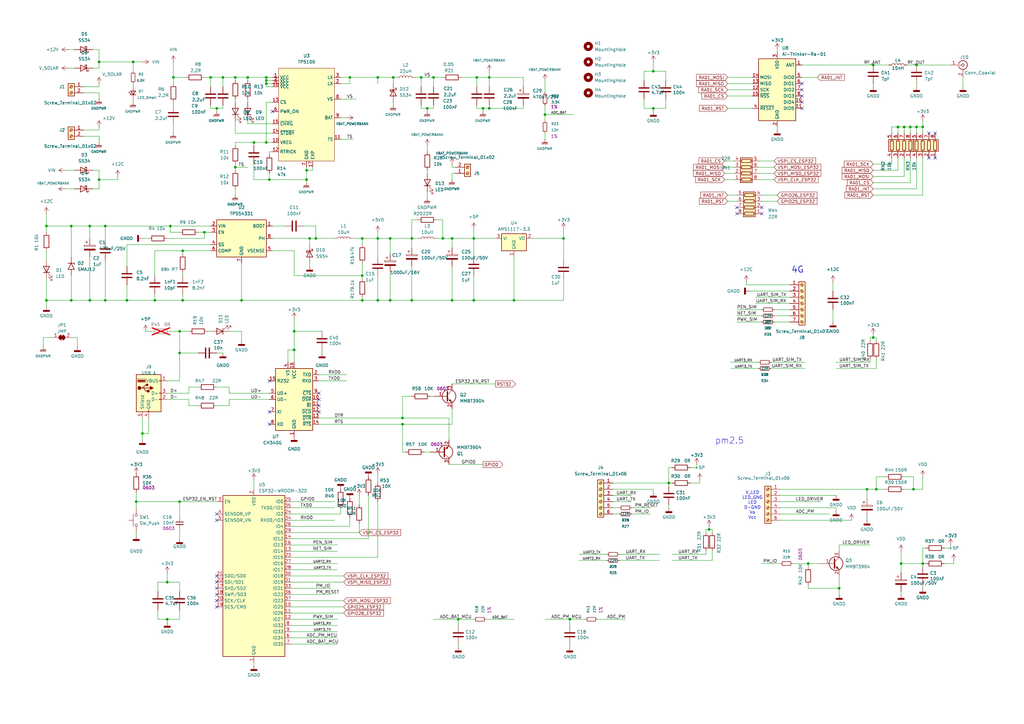
<source format=kicad_sch>
(kicad_sch (version 20231120) (generator "eeschema") (generator_version "8.0")
  (paper "A3")
  (junction (at 52.07 123.19))
  (junction (at 368.3 52.07))
  (junction (at 181.61 97.79))
  (junction (at 172.72 31.75))
  (junction (at 154.94 97.79))
  (junction (at 373.38 52.07))
  (junction (at 148.59 123.19))
  (junction (at 68.58 254))
  (junction (at 73.66 135.89))
  (junction (at 109.22 34.29))
  (junction (at 43.18 92.71))
  (junction (at 165.1 173.99))
  (junction (at 109.22 58.42))
  (junction (at 378.46 231.14))
  (junction (at 231.14 97.79))
  (junction (at 375.92 52.07))
  (junction (at 74.93 102.87))
  (junction (at 168.91 97.79))
  (junction (at 370.84 52.07))
  (junction (at 110.49 73.66))
  (junction (at 200.66 44.45))
  (junction (at 358.14 26.67))
  (junction (at 91.44 31.75))
  (junction (at 125.73 69.85))
  (junction (at 290.83 217.17))
  (junction (at 68.58 238.76))
  (junction (at 267.97 44.45))
  (junction (at 331.47 231.14))
  (junction (at 160.02 97.79))
  (junction (at 165.1 171.45))
  (junction (at 359.41 200.66))
  (junction (at 233.68 254))
  (junction (at 29.21 92.71))
  (junction (at 125.73 73.66))
  (junction (at 187.96 254))
  (junction (at 58.42 177.8))
  (junction (at 200.66 31.75))
  (junction (at 104.14 58.42))
  (junction (at 36.83 123.19))
  (junction (at 344.17 241.3))
  (junction (at 154.94 31.75))
  (junction (at 40.64 73.66))
  (junction (at 375.92 26.67))
  (junction (at 88.9 44.45))
  (junction (at 161.29 31.75))
  (junction (at 36.83 92.71))
  (junction (at 210.82 123.19))
  (junction (at 120.65 135.89))
  (junction (at 101.6 31.75))
  (junction (at 69.85 92.71))
  (junction (at 378.46 52.07))
  (junction (at 43.18 123.19))
  (junction (at 267.97 29.21))
  (junction (at 96.52 68.58))
  (junction (at 120.65 143.51))
  (junction (at 73.66 205.74))
  (junction (at 198.12 44.45))
  (junction (at 185.42 97.79))
  (junction (at 369.57 231.14))
  (junction (at 19.05 92.71))
  (junction (at 96.52 31.75))
  (junction (at 194.31 97.79))
  (junction (at 73.66 144.78))
  (junction (at 63.5 123.19))
  (junction (at 55.88 205.74))
  (junction (at 358.14 138.43))
  (junction (at 74.93 123.19))
  (junction (at 29.21 123.19))
  (junction (at 71.12 31.75))
  (junction (at 83.82 95.25))
  (junction (at 175.26 44.45))
  (junction (at 274.32 198.12))
  (junction (at 195.58 31.75))
  (junction (at 109.22 31.75))
  (junction (at 185.42 123.19))
  (junction (at 109.22 33.02))
  (junction (at 355.6 200.66))
  (junction (at 160.02 123.19))
  (junction (at 54.61 25.4))
  (junction (at 86.36 31.75))
  (junction (at 168.91 123.19))
  (junction (at 374.65 200.66))
  (junction (at 154.94 123.19))
  (junction (at 127 97.79))
  (junction (at 143.51 31.75))
  (junction (at 177.8 31.75))
  (junction (at 129.54 97.79))
  (junction (at 148.59 97.79))
  (junction (at 194.31 123.19))
  (junction (at 19.05 123.19))
  (junction (at 148.59 113.03))
  (junction (at 223.52 46.99))
  (junction (at 99.06 123.19))
  (junction (at 40.64 25.4))
  (no_connect (at 110.49 173.99))
  (no_connect (at 130.81 163.83))
  (no_connect (at 328.93 34.29))
  (no_connect (at 328.93 41.91))
  (no_connect (at 130.81 168.91))
  (no_connect (at 88.9 210.82))
  (no_connect (at 381 54.61))
  (no_connect (at 383.54 54.61))
  (no_connect (at 328.93 39.37))
  (no_connect (at 88.9 248.92))
  (no_connect (at 381 64.77))
  (no_connect (at 88.9 236.22))
  (no_connect (at 130.81 161.29))
  (no_connect (at 110.49 168.91))
  (no_connect (at 130.81 166.37))
  (no_connect (at 302.26 85.09))
  (no_connect (at 88.9 238.76))
  (no_connect (at 312.42 87.63))
  (no_connect (at 328.93 36.83))
  (no_connect (at 312.42 85.09))
  (no_connect (at 302.26 87.63))
  (no_connect (at 88.9 213.36))
  (no_connect (at 111.76 45.72))
  (no_connect (at 110.49 156.21))
  (no_connect (at 88.9 246.38))
  (no_connect (at 328.93 44.45))
  (no_connect (at 88.9 243.84))
  (no_connect (at 88.9 241.3))
  (no_connect (at 383.54 64.77))
  (wire (pts (xy 99.06 135.89) (xy 93.98 135.89)))
  (wire (pts (xy 96.52 49.53) (xy 96.52 54.61)))
  (wire (pts (xy 378.46 52.07) (xy 378.46 54.61)))
  (wire (pts (xy 119.38 220.98) (xy 151.13 220.98)))
  (wire (pts (xy 63.5 102.87) (xy 63.5 113.03)))
  (wire (pts (xy 119.38 208.28) (xy 137.16 208.28)))
  (wire (pts (xy 320.04 210.82) (xy 340.36 210.82)))
  (wire (pts (xy 86.36 43.18) (xy 86.36 44.45)))
  (wire (pts (xy 71.12 41.91) (xy 71.12 43.18)))
  (wire (pts (xy 195.58 43.18) (xy 195.58 44.45)))
  (wire (pts (xy 120.65 130.81) (xy 120.65 135.89)))
  (wire (pts (xy 83.82 97.79) (xy 83.82 95.25)))
  (wire (pts (xy 83.82 31.75) (xy 86.36 31.75)))
  (wire (pts (xy 27.94 20.32) (xy 30.48 20.32)))
  (wire (pts (xy 358.14 74.93) (xy 373.38 74.93)))
  (wire (pts (xy 194.31 105.41) (xy 194.31 97.79)))
  (wire (pts (xy 317.5 129.54) (xy 323.85 129.54)))
  (wire (pts (xy 223.52 46.99) (xy 223.52 49.53)))
  (wire (pts (xy 355.6 213.36) (xy 355.6 212.09)))
  (wire (pts (xy 259.08 208.28) (xy 266.7 208.28)))
  (wire (pts (xy 91.44 35.56) (xy 91.44 31.75)))
  (wire (pts (xy 251.46 210.82) (xy 254 210.82)))
  (wire (pts (xy 104.14 58.42) (xy 109.22 58.42)))
  (wire (pts (xy 168.91 97.79) (xy 171.45 97.79)))
  (wire (pts (xy 195.58 44.45) (xy 198.12 44.45)))
  (wire (pts (xy 299.72 148.59) (xy 311.15 148.59)))
  (wire (pts (xy 233.68 254) (xy 240.03 254)))
  (wire (pts (xy 373.38 52.07) (xy 373.38 54.61)))
  (wire (pts (xy 223.52 54.61) (xy 223.52 57.15)))
  (wire (pts (xy 73.66 144.78) (xy 73.66 156.21)))
  (wire (pts (xy 29.21 113.03) (xy 29.21 123.19)))
  (wire (pts (xy 130.81 156.21) (xy 142.24 156.21)))
  (wire (pts (xy 168.91 109.22) (xy 168.91 123.19)))
  (wire (pts (xy 172.72 31.75) (xy 177.8 31.75)))
  (wire (pts (xy 177.8 31.75) (xy 181.61 31.75)))
  (wire (pts (xy 52.07 100.33) (xy 52.07 109.22)))
  (wire (pts (xy 73.66 250.19) (xy 73.66 254)))
  (wire (pts (xy 154.94 194.31) (xy 154.94 198.12)))
  (wire (pts (xy 317.5 66.04) (xy 311.15 66.04)))
  (wire (pts (xy 71.12 31.75) (xy 71.12 34.29)))
  (wire (pts (xy 151.13 203.2) (xy 151.13 220.98)))
  (wire (pts (xy 175.26 69.85) (xy 175.26 71.12)))
  (wire (pts (xy 184.15 171.45) (xy 184.15 180.34)))
  (wire (pts (xy 143.51 31.75) (xy 143.51 34.29)))
  (wire (pts (xy 86.36 102.87) (xy 74.93 102.87)))
  (wire (pts (xy 54.61 29.21) (xy 54.61 25.4)))
  (wire (pts (xy 140.97 246.38) (xy 119.38 246.38)))
  (wire (pts (xy 43.18 92.71) (xy 43.18 99.06)))
  (wire (pts (xy 88.9 166.37) (xy 93.98 166.37)))
  (wire (pts (xy 187.96 265.43) (xy 187.96 264.16)))
  (wire (pts (xy 223.52 33.02) (xy 223.52 38.1)))
  (wire (pts (xy 374.65 200.66) (xy 378.46 200.66)))
  (wire (pts (xy 19.05 87.63) (xy 19.05 92.71)))
  (wire (pts (xy 154.94 95.25) (xy 154.94 97.79)))
  (wire (pts (xy 74.93 102.87) (xy 63.5 102.87)))
  (wire (pts (xy 358.14 67.31) (xy 365.76 67.31)))
  (wire (pts (xy 267.97 44.45) (xy 273.05 44.45)))
  (wire (pts (xy 77.47 158.75) (xy 77.47 161.29)))
  (wire (pts (xy 378.46 231.14) (xy 378.46 232.41)))
  (wire (pts (xy 300.99 73.66) (xy 297.18 73.66)))
  (wire (pts (xy 394.97 31.75) (xy 394.97 35.56)))
  (wire (pts (xy 68.58 161.29) (xy 77.47 161.29)))
  (wire (pts (xy 359.41 138.43) (xy 359.41 139.7)))
  (wire (pts (xy 91.44 31.75) (xy 96.52 31.75)))
  (wire (pts (xy 147.32 203.2) (xy 147.32 207.01)))
  (wire (pts (xy 36.83 92.71) (xy 43.18 92.71)))
  (wire (pts (xy 185.42 157.48) (xy 203.2 157.48)))
  (wire (pts (xy 317.5 73.66) (xy 311.15 73.66)))
  (wire (pts (xy 58.42 171.45) (xy 58.42 177.8)))
  (wire (pts (xy 363.22 195.58) (xy 359.41 195.58)))
  (wire (pts (xy 40.64 27.94) (xy 40.64 25.4)))
  (wire (pts (xy 290.83 217.17) (xy 292.1 217.17)))
  (wire (pts (xy 267.97 200.66) (xy 267.97 201.93)))
  (wire (pts (xy 68.58 163.83) (xy 77.47 163.83)))
  (wire (pts (xy 40.64 73.66) (xy 48.26 73.66)))
  (wire (pts (xy 125.73 68.58) (xy 125.73 69.85)))
  (wire (pts (xy 128.27 69.85) (xy 125.73 69.85)))
  (wire (pts (xy 86.36 35.56) (xy 86.36 31.75)))
  (wire (pts (xy 317.5 127) (xy 323.85 127)))
  (wire (pts (xy 69.85 92.71) (xy 69.85 95.25)))
  (wire (pts (xy 349.25 213.36) (xy 320.04 213.36)))
  (wire (pts (xy 375.92 52.07) (xy 375.92 54.61)))
  (wire (pts (xy 160.02 97.79) (xy 168.91 97.79)))
  (wire (pts (xy 387.35 231.14) (xy 391.16 231.14)))
  (wire (pts (xy 179.07 90.17) (xy 181.61 90.17)))
  (wire (pts (xy 198.12 44.45) (xy 198.12 45.72)))
  (wire (pts (xy 289.56 218.44) (xy 289.56 217.17)))
  (wire (pts (xy 320.04 205.74) (xy 336.55 205.74)))
  (wire (pts (xy 363.22 200.66) (xy 359.41 200.66)))
  (wire (pts (xy 40.64 69.85) (xy 40.64 73.66)))
  (wire (pts (xy 118.11 148.59) (xy 118.11 143.51)))
  (wire (pts (xy 175.26 81.28) (xy 175.26 78.74)))
  (wire (pts (xy 132.08 144.78) (xy 132.08 143.51)))
  (wire (pts (xy 368.3 69.85) (xy 368.3 64.77)))
  (wire (pts (xy 71.12 31.75) (xy 76.2 31.75)))
  (wire (pts (xy 64.77 242.57) (xy 64.77 238.76)))
  (wire (pts (xy 43.18 123.19) (xy 52.07 123.19)))
  (wire (pts (xy 91.44 44.45) (xy 91.44 43.18)))
  (wire (pts (xy 300.99 66.04) (xy 297.18 66.04)))
  (wire (pts (xy 179.07 97.79) (xy 181.61 97.79)))
  (wire (pts (xy 119.38 243.84) (xy 135.89 243.84)))
  (wire (pts (xy 358.14 69.85) (xy 368.3 69.85)))
  (wire (pts (xy 64.77 238.76) (xy 68.58 238.76)))
  (wire (pts (xy 43.18 106.68) (xy 43.18 123.19)))
  (wire (pts (xy 368.3 52.07) (xy 368.3 54.61)))
  (wire (pts (xy 267.97 25.4) (xy 267.97 29.21)))
  (wire (pts (xy 104.14 273.05) (xy 104.14 271.78)))
  (wire (pts (xy 331.47 231.14) (xy 325.12 231.14)))
  (wire (pts (xy 320.04 231.14) (xy 312.42 231.14)))
  (wire (pts (xy 355.6 204.47) (xy 355.6 200.66)))
  (wire (pts (xy 264.16 29.21) (xy 267.97 29.21)))
  (wire (pts (xy 19.05 95.25) (xy 19.05 92.71)))
  (wire (pts (xy 83.82 95.25) (xy 86.36 95.25)))
  (wire (pts (xy 185.42 97.79) (xy 194.31 97.79)))
  (wire (pts (xy 101.6 50.8) (xy 101.6 49.53)))
  (wire (pts (xy 60.96 177.8) (xy 58.42 177.8)))
  (wire (pts (xy 119.38 213.36) (xy 137.16 213.36)))
  (wire (pts (xy 140.97 236.22) (xy 119.38 236.22)))
  (wire (pts (xy 175.26 59.69) (xy 175.26 62.23)))
  (wire (pts (xy 177.8 44.45) (xy 177.8 43.18)))
  (wire (pts (xy 344.17 241.3) (xy 344.17 236.22)))
  (wire (pts (xy 318.77 80.01) (xy 312.42 80.01)))
  (wire (pts (xy 320.04 208.28) (xy 342.9 208.28)))
  (wire (pts (xy 194.31 113.03) (xy 194.31 123.19)))
  (wire (pts (xy 73.66 217.17) (xy 73.66 220.98)))
  (wire (pts (xy 26.67 69.85) (xy 30.48 69.85)))
  (wire (pts (xy 40.64 55.88) (xy 40.64 58.42)))
  (wire (pts (xy 120.65 135.89) (xy 120.65 143.51)))
  (wire (pts (xy 96.52 59.69) (xy 96.52 58.42)))
  (wire (pts (xy 175.26 44.45) (xy 177.8 44.45)))
  (wire (pts (xy 34.29 55.88) (xy 40.64 55.88)))
  (wire (pts (xy 104.14 196.85) (xy 104.14 200.66)))
  (wire (pts (xy 375.92 77.47) (xy 375.92 64.77)))
  (wire (pts (xy 104.14 67.31) (xy 104.14 73.66)))
  (wire (pts (xy 172.72 44.45) (xy 175.26 44.45)))
  (wire (pts (xy 378.46 231.14) (xy 379.73 231.14)))
  (wire (pts (xy 101.6 31.75) (xy 101.6 33.02)))
  (wire (pts (xy 96.52 68.58) (xy 96.52 69.85)))
  (wire (pts (xy 168.91 123.19) (xy 185.42 123.19)))
  (wire (pts (xy 81.28 95.25) (xy 83.82 95.25)))
  (wire (pts (xy 370.84 52.07) (xy 373.38 52.07)))
  (wire (pts (xy 373.38 52.07) (xy 375.92 52.07)))
  (wire (pts (xy 86.36 100.33) (xy 52.07 100.33)))
  (wire (pts (xy 119.38 218.44) (xy 147.32 218.44)))
  (wire (pts (xy 331.47 232.41) (xy 331.47 231.14)))
  (wire (pts (xy 285.75 191.77) (xy 285.75 190.5)))
  (wire (pts (xy 58.42 25.4) (xy 54.61 25.4)))
  (wire (pts (xy 245.11 254) (xy 256.54 254)))
  (wire (pts (xy 290.83 215.9) (xy 290.83 217.17)))
  (wire (pts (xy 168.91 162.56) (xy 165.1 162.56)))
  (wire (pts (xy 259.08 210.82) (xy 266.7 210.82)))
  (wire (pts (xy 160.02 123.19) (xy 168.91 123.19)))
  (wire (pts (xy 358.14 72.39) (xy 370.84 72.39)))
  (wire (pts (xy 298.45 36.83) (xy 308.61 36.83)))
  (wire (pts (xy 71.12 25.4) (xy 71.12 31.75)))
  (wire (pts (xy 344.17 226.06) (xy 344.17 223.52)))
  (wire (pts (xy 365.76 54.61) (xy 365.76 52.07)))
  (wire (pts (xy 119.38 233.68) (xy 138.43 233.68)))
  (wire (pts (xy 34.29 35.56) (xy 40.64 35.56)))
  (wire (pts (xy 140.97 248.92) (xy 119.38 248.92)))
  (wire (pts (xy 139.7 57.15) (xy 144.78 57.15)))
  (wire (pts (xy 365.76 52.07) (xy 368.3 52.07)))
  (wire (pts (xy 251.46 205.74) (xy 259.08 205.74)))
  (wire (pts (xy 177.8 31.75) (xy 177.8 35.56)))
  (wire (pts (xy 378.46 49.53) (xy 378.46 52.07)))
  (wire (pts (xy 375.92 34.29) (xy 375.92 35.56)))
  (wire (pts (xy 298.45 34.29) (xy 308.61 34.29)))
  (wire (pts (xy 274.32 198.12) (xy 274.32 199.39)))
  (wire (pts (xy 218.44 97.79) (xy 231.14 97.79)))
  (wire (pts (xy 267.97 45.72) (xy 267.97 44.45)))
  (wire (pts (xy 109.22 35.56) (xy 109.22 34.29)))
  (wire (pts (xy 273.05 40.64) (xy 273.05 44.45)))
  (wire (pts (xy 69.85 92.71) (xy 86.36 92.71)))
  (wire (pts (xy 120.65 143.51) (xy 120.65 148.59)))
  (wire (pts (xy 175.26 44.45) (xy 175.26 45.72)))
  (wire (pts (xy 118.11 143.51) (xy 120.65 143.51)))
  (wire (pts (xy 168.91 101.6) (xy 168.91 97.79)))
  (wire (pts (xy 96.52 80.01) (xy 96.52 77.47)))
  (wire (pts (xy 165.1 162.56) (xy 165.1 171.45)))
  (wire (pts (xy 328.93 26.67) (xy 358.14 26.67)))
  (wire (pts (xy 52.07 116.84) (xy 52.07 123.19)))
  (wire (pts (xy 143.51 215.9) (xy 143.51 212.09)))
  (wire (pts (xy 187.96 256.54) (xy 187.96 254)))
  (wire (pts (xy 85.09 135.89) (xy 86.36 135.89)))
  (wire (pts (xy 40.64 35.56) (xy 40.64 34.29)))
  (wire (pts (xy 77.47 135.89) (xy 73.66 135.89)))
  (wire (pts (xy 251.46 208.28) (xy 254 208.28)))
  (wire (pts (xy 358.14 138.43) (xy 359.41 138.43)))
  (wire (pts (xy 120.65 135.89) (xy 132.08 135.89)))
  (wire (pts (xy 109.22 33.02) (xy 109.22 31.75)))
  (wire (pts (xy 161.29 31.75) (xy 162.56 31.75)))
  (wire (pts (xy 31.75 138.43) (xy 31.75 142.24)))
  (wire (pts (xy 109.22 33.02) (xy 111.76 33.02)))
  (wire (pts (xy 110.49 62.23) (xy 110.49 63.5)))
  (wire (pts (xy 302.26 129.54) (xy 312.42 129.54)))
  (wire (pts (xy 109.22 31.75) (xy 111.76 31.75)))
  (wire (pts (xy 109.22 34.29) (xy 111.76 34.29)))
  (wire (pts (xy 130.81 173.99) (xy 165.1 173.99)))
  (wire (pts (xy 60.96 171.45) (xy 60.96 177.8)))
  (wire (pts (xy 68.58 255.27) (xy 68.58 254)))
  (wire (pts (xy 96.52 40.64) (xy 96.52 41.91)))
  (wire (pts (xy 29.21 92.71) (xy 29.21 105.41)))
  (wire (pts (xy 331.47 240.03) (xy 331.47 241.3)))
  (wire (pts (xy 93.98 163.83) (xy 110.49 163.83)))
  (wire (pts (xy 223.52 43.18) (xy 223.52 46.99)))
  (wire (pts (xy 74.93 111.76) (xy 74.93 113.03)))
  (wire (pts (xy 185.42 68.58) (xy 186.69 68.58)))
  (wire (pts (xy 373.38 74.93) (xy 373.38 64.77)))
  (wire (pts (xy 36.83 123.19) (xy 43.18 123.19)))
  (wire (pts (xy 54.61 34.29) (xy 54.61 35.56)))
  (wire (pts (xy 77.47 163.83) (xy 77.47 166.37)))
  (wire (pts (xy 185.42 123.19) (xy 194.31 123.19)))
  (wire (pts (xy 344.17 223.52) (xy 356.87 223.52)))
  (wire (pts (xy 358.14 77.47) (xy 375.92 77.47)))
  (wire (pts (xy 165.1 185.42) (xy 165.1 173.99)))
  (wire (pts (xy 210.82 123.19) (xy 231.14 123.19)))
  (wire (pts (xy 69.85 95.25) (xy 73.66 95.25)))
  (wire (pts (xy 81.28 158.75) (xy 77.47 158.75)))
  (wire (pts (xy 176.53 162.56) (xy 177.8 162.56)))
  (wire (pts (xy 144.78 97.79) (xy 148.59 97.79)))
  (wire (pts (xy 119.38 205.74) (xy 137.16 205.74)))
  (wire (pts (xy 96.52 68.58) (xy 101.6 68.58)))
  (wire (pts (xy 302.26 127) (xy 312.42 127)))
  (wire (pts (xy 148.59 123.19) (xy 148.59 121.92)))
  (wire (pts (xy 185.42 73.66) (xy 185.42 71.12)))
  (wire (pts (xy 119.38 223.52) (xy 138.43 223.52)))
  (wire (pts (xy 300.99 68.58) (xy 297.18 68.58)))
  (wire (pts (xy 359.41 195.58) (xy 359.41 200.66)))
  (wire (pts (xy 317.5 132.08) (xy 323.85 132.08)))
  (wire (pts (xy 29.21 92.71) (xy 36.83 92.71)))
  (wire (pts (xy 147.32 218.44) (xy 147.32 214.63)))
  (wire (pts (xy 93.98 158.75) (xy 88.9 158.75)))
  (wire (pts (xy 68.58 97.79) (xy 83.82 97.79)))
  (wire (pts (xy 251.46 203.2) (xy 259.08 203.2)))
  (wire (pts (xy 160.02 111.76) (xy 160.02 123.19)))
  (wire (pts (xy 64.77 250.19) (xy 64.77 254)))
  (wire (pts (xy 119.38 226.06) (xy 138.43 226.06)))
  (wire (pts (xy 177.8 254) (xy 187.96 254)))
  (wire (pts (xy 148.59 97.79) (xy 148.59 100.33)))
  (wire (pts (xy 148.59 113.03) (xy 148.59 114.3)))
  (wire (pts (xy 96.52 31.75) (xy 96.52 33.02)))
  (wire (pts (xy 58.42 97.79) (xy 60.96 97.79)))
  (wire (pts (xy 306.07 116.84) (xy 306.07 115.57)))
  (wire (pts (xy 88.9 44.45) (xy 88.9 45.72)))
  (wire (pts (xy 274.32 191.77) (xy 274.32 198.12)))
  (wire (pts (xy 110.49 73.66) (xy 125.73 73.66)))
  (wire (pts (xy 101.6 50.8) (xy 111.76 50.8)))
  (wire (pts (xy 275.59 191.77) (xy 274.32 191.77)))
  (wire (pts (xy 55.88 218.44) (xy 55.88 219.71)))
  (wire (pts (xy 275.59 227.33) (xy 289.56 227.33)))
  (wire (pts (xy 40.64 38.1) (xy 40.64 40.64)))
  (wire (pts (xy 358.14 80.01) (xy 378.46 80.01)))
  (wire (pts (xy 378.46 80.01) (xy 378.46 64.77)))
  (wire (pts (xy 370.84 200.66) (xy 374.65 200.66)))
  (wire (pts (xy 160.02 104.14) (xy 160.02 97.79)))
  (wire (pts (xy 143.51 215.9) (xy 119.38 215.9)))
  (wire (pts (xy 111.76 62.23) (xy 110.49 62.23)))
  (wire (pts (xy 370.84 52.07) (xy 370.84 54.61)))
  (wire (pts (xy 264.16 40.64) (xy 264.16 44.45)))
  (wire (pts (xy 143.51 34.29) (xy 139.7 34.29)))
  (wire (pts (xy 200.66 35.56) (xy 200.66 31.75)))
  (wire (pts (xy 323.85 119.38) (xy 307.34 119.38)))
  (wire (pts (xy 370.84 195.58) (xy 374.65 195.58)))
  (wire (pts (xy 195.58 31.75) (xy 200.66 31.75)))
  (wire (pts (xy 36.83 105.41) (xy 36.83 123.19)))
  (wire (pts (xy 378.46 241.3) (xy 378.46 240.03)))
  (wire (pts (xy 19.05 123.19) (xy 29.21 123.19)))
  (wire (pts (xy 318.77 53.34) (xy 318.77 52.07)))
  (wire (pts (xy 172.72 43.18) (xy 172.72 44.45)))
  (wire (pts (xy 194.31 93.98) (xy 194.31 97.79)))
  (wire (pts (xy 378.46 195.58) (xy 378.46 200.66)))
  (wire (pts (xy 40.64 77.47) (xy 40.64 73.66)))
  (wire (pts (xy 287.02 198.12) (xy 287.02 196.85)))
  (wire (pts (xy 223.52 254) (xy 233.68 254)))
  (wire (pts (xy 251.46 200.66) (xy 267.97 200.66)))
  (wire (pts (xy 283.21 191.77) (xy 285.75 191.77)))
  (wire (pts (xy 200.66 44.45) (xy 200.66 43.18)))
  (wire (pts (xy 104.14 58.42) (xy 104.14 59.69)))
  (wire (pts (xy 356.87 139.7) (xy 356.87 138.43)))
  (wire (pts (xy 342.9 148.59) (xy 356.87 148.59)))
  (wire (pts (xy 48.26 73.66) (xy 48.26 72.39)))
  (wire (pts (xy 29.21 138.43) (xy 31.75 138.43)))
  (wire (pts (xy 172.72 31.75) (xy 172.72 35.56)))
  (wire (pts (xy 96.52 67.31) (xy 96.52 68.58)))
  (wire (pts (xy 341.63 115.57) (xy 341.63 119.38)))
  (wire (pts (xy 359.41 151.13) (xy 359.41 147.32)))
  (wire (pts (xy 289.56 217.17) (xy 290.83 217.17)))
  (wire (pts (xy 214.63 31.75) (xy 200.66 31.75)))
  (wire (pts (xy 170.18 31.75) (xy 172.72 31.75)))
  (wire (pts (xy 59.69 135.89) (xy 62.23 135.89)))
  (wire (pts (xy 375.92 52.07) (xy 378.46 52.07)))
  (wire (pts (xy 43.18 92.71) (xy 69.85 92.71)))
  (wire (pts (xy 369.57 243.84) (xy 369.57 242.57)))
  (wire (pts (xy 370.84 72.39) (xy 370.84 64.77)))
  (wire (pts (xy 336.55 231.14) (xy 331.47 231.14)))
  (wire (pts (xy 86.36 31.75) (xy 91.44 31.75)))
  (wire (pts (xy 124.46 92.71) (xy 129.54 92.71)))
  (wire (pts (xy 38.1 20.32) (xy 40.64 20.32)))
  (wire (pts (xy 198.12 44.45) (xy 200.66 44.45)))
  (wire (pts (xy 38.1 69.85) (xy 40.64 69.85)))
  (wire (pts (xy 74.93 120.65) (xy 74.93 123.19)))
  (wire (pts (xy 111.76 92.71) (xy 116.84 92.71)))
  (wire (pts (xy 110.49 71.12) (xy 110.49 73.66)))
  (wire (pts (xy 379.73 224.79) (xy 378.46 224.79)))
  (wire (pts (xy 129.54 92.71) (xy 129.54 97.79)))
  (wire (pts (xy 173.99 185.42) (xy 176.53 185.42)))
  (wire (pts (xy 55.88 208.28) (xy 55.88 205.74)))
  (wire (pts (xy 68.58 254) (xy 73.66 254)))
  (wire (pts (xy 185.42 71.12) (xy 186.69 71.12)))
  (wire (pts (xy 26.67 77.47) (xy 30.48 77.47)))
  (wire (pts (xy 130.81 171.45) (xy 165.1 171.45)))
  (wire (pts (xy 36.83 92.71) (xy 36.83 97.79)))
  (wire (pts (xy 101.6 31.75) (xy 109.22 31.75)))
  (wire (pts (xy 264.16 33.02) (xy 264.16 29.21)))
  (wire (pts (xy 165.1 171.45) (xy 184.15 171.45)))
  (wire (pts (xy 323.85 116.84) (xy 306.07 116.84)))
  (wire (pts (xy 300.99 71.12) (xy 297.18 71.12)))
  (wire (pts (xy 148.59 97.79) (xy 154.94 97.79)))
  (wire (pts (xy 210.82 105.41) (xy 210.82 123.19)))
  (wire (pts (xy 93.98 166.37) (xy 93.98 163.83)))
  (wire (pts (xy 166.37 185.42) (xy 165.1 185.42)))
  (wire (pts (xy 273.05 29.21) (xy 273.05 33.02)))
  (wire (pts (xy 356.87 138.43) (xy 358.14 138.43)))
  (wire (pts (xy 237.49 229.87) (xy 248.92 229.87)))
  (wire (pts (xy 77.47 166.37) (xy 81.28 166.37)))
  (wire (pts (xy 318.77 20.32) (xy 318.77 21.59)))
  (wire (pts (xy 358.14 137.16) (xy 358.14 138.43)))
  (wire (pts (xy 184.15 190.5) (xy 198.12 190.5)))
  (wire (pts (xy 119.38 264.16) (xy 138.43 264.16)))
  (wire (pts (xy 298.45 31.75) (xy 308.61 31.75)))
  (wire (pts (xy 96.52 31.75) (xy 101.6 31.75)))
  (wire (pts (xy 189.23 31.75) (xy 195.58 31.75)))
  (wire (pts (xy 171.45 90.17) (xy 168.91 90.17)))
  (wire (pts (xy 231.14 93.98) (xy 231.14 97.79)))
  (wire (pts (xy 96.52 58.42) (xy 104.14 58.42)))
  (wire (pts (xy 111.76 102.87) (xy 120.65 102.87)))
  (wire (pts (xy 140.97 238.76) (xy 119.38 238.76)))
  (wire (pts (xy 34.29 38.1) (xy 40.64 38.1)))
  (wire (pts (xy 292.1 217.17) (xy 292.1 218.44)))
  (wire (pts (xy 119.38 254) (xy 138.43 254)))
  (wire (pts (xy 73.66 238.76) (xy 73.66 242.57)))
  (wire (pts (xy 200.66 31.75) (xy 200.66 29.21)))
  (wire (pts (xy 389.89 224.79) (xy 389.89 223.52)))
  (wire (pts (xy 344.17 241.3) (xy 344.17 243.84)))
  (wire (pts (xy 181.61 90.17) (xy 181.61 97.79)))
  (wire (pts (xy 139.7 40.64) (xy 146.05 40.64)))
  (wire (pts (xy 214.63 35.56) (xy 214.63 31.75)))
  (wire (pts (xy 181.61 97.79) (xy 185.42 97.79)))
  (wire (pts (xy 214.63 44.45) (xy 200.66 44.45)))
  (wire (pts (xy 302.26 132.08) (xy 312.42 132.08)))
  (wire (pts (xy 365.76 64.77) (xy 365.76 67.31)))
  (wire (pts (xy 231.14 114.3) (xy 231.14 123.19)))
  (wire (pts (xy 274.32 198.12) (xy 275.59 198.12)))
  (wire (pts (xy 330.2 151.13) (xy 316.23 151.13)))
  (wire (pts (xy 17.78 138.43) (xy 17.78 142.24)))
  (wire (pts (xy 342.9 203.2) (xy 320.04 203.2)))
  (wire (pts (xy 139.7 31.75) (xy 143.51 31.75)))
  (wire (pts (xy 194.31 97.79) (xy 203.2 97.79)))
  (wire (pts (xy 143.51 31.75) (xy 154.94 31.75)))
  (wire (pts (xy 331.47 241.3) (xy 344.17 241.3)))
  (wire (pts (xy 318.77 82.55) (xy 312.42 82.55)))
  (wire (pts (xy 165.1 173.99) (xy 185.42 173.99)))
  (wire (pts (xy 323.85 124.46) (xy 309.88 124.46)))
  (wire (pts (xy 17.78 138.43) (xy 21.59 138.43)))
  (wire (pts (xy 298.45 39.37) (xy 308.61 39.37)))
  (wire (pts (xy 63.5 120.65) (xy 63.5 123.19)))
  (wire (pts (xy 267.97 29.21) (xy 273.05 29.21)))
  (wire (pts (xy 38.1 77.47) (xy 40.64 77.47)))
  (wire (pts (xy 378.46 224.79) (xy 378.46 231.14)))
  (wire (pts (xy 154.94 34.29) (xy 154.94 31.75)))
  (wire (pts (xy 139.7 48.26) (xy 142.24 48.26)))
  (wire (pts (xy 34.29 53.34) (xy 40.64 53.34)))
  (wire (pts (xy 299.72 151.13) (xy 311.15 151.13)))
  (wire (pts (xy 74.93 102.87) (xy 74.93 104.14)))
  (wire (pts (xy 68.58 156.21) (xy 73.66 156.21)))
  (wire (pts (xy 369.57 234.95) (xy 369.57 231.14)))
  (wire (pts (xy 52.07 123.19) (xy 63.5 123.19)))
  (wire (pts (xy 40.64 53.34) (xy 40.64 52.07)))
  (wire (pts (xy 99.06 123.19) (xy 148.59 123.19)))
  (wire (pts (xy 187.96 254) (xy 194.31 254)))
  (wire (pts (xy 19.05 102.87) (xy 19.05 106.68)))
  (wire (pts (xy 29.21 123.19) (xy 36.83 123.19)))
  (wire (pts (xy 71.12 50.8) (xy 71.12 54.61)))
  (wire (pts (xy 38.1 27.94) (xy 40.64 27.94)))
  (wire (pts (xy 199.39 254) (xy 210.82 254)))
  (wire (pts (xy 127 97.79) (xy 129.54 97.79)))
  (wire (pts (xy 185.42 67.31) (xy 185.42 68.58)))
  (wire (pts (xy 154.94 31.75) (xy 161.29 31.75)))
  (wire (pts (xy 341.63 127) (xy 341.63 132.08)))
  (wire (pts (xy 298.45 44.45) (xy 308.61 44.45)))
  (wire (pts (xy 210.82 123.19) (xy 194.31 123.19)))
  (wire (pts (xy 391.16 231.14) (xy 391.16 229.87)))
  (wire (pts (xy 237.49 227.33) (xy 248.92 227.33)))
  (wire (pts (xy 369.57 231.14) (xy 378.46 231.14)))
  (wire (pts (xy 40.64 25.4) (xy 54.61 25.4)))
  (wire (pts (xy 19.05 114.3) (xy 19.05 123.19)))
  (wire (pts (xy 298.45 80.01) (xy 302.26 80.01)))
  (wire (pts (xy 139.7 208.28) (xy 139.7 210.82)))
  (wire (pts (xy 91.44 144.78) (xy 88.9 144.78)))
  (wire (pts (xy 54.61 40.64) (xy 54.61 41.91)))
  (wire (pts (xy 274.32 208.28) (xy 274.32 207.01)))
  (wire (pts (xy 55.88 205.74) (xy 73.66 205.74)))
  (wire (pts (xy 372.11 26.67) (xy 375.92 26.67)))
  (wire (pts (xy 73.66 205.74) (xy 88.9 205.74)))
  (wire (pts (xy 356.87 148.59) (xy 356.87 147.32)))
  (wire (pts (xy 342.9 151.13) (xy 359.41 151.13)))
  (wire (pts (xy 289.56 227.33) (xy 289.56 226.06)))
  (wire (pts (xy 99.06 139.7) (xy 99.06 135.89)))
  (wire (pts (xy 127 109.22) (xy 127 107.95)))
  (wire (pts (xy 185.42 173.99) (xy 185.42 167.64)))
  (wire (pts (xy 74.93 123.19) (xy 99.06 123.19)))
  (wire (pts (xy 283.21 198.12) (xy 287.02 198.12)))
  (wire (pts (xy 55.88 201.93) (xy 55.88 205.74)))
  (wire (pts (xy 154.94 97.79) (xy 160.02 97.79)))
  (wire (pts (xy 93.98 158.75) (xy 93.98 161.29)))
  (wire (pts (xy 185.42 101.6) (xy 185.42 97.79)))
  (wire (pts (xy 119.38 241.3) (xy 135.89 241.3)))
  (wire (pts (xy 88.9 44.45) (xy 91.44 44.45)))
  (wire (pts (xy 93.98 161.29) (xy 110.49 161.29)))
  (wire (pts (xy 111.76 35.56) (xy 109.22 35.56)))
  (wire (pts (xy 335.28 31.75) (xy 328.93 31.75)))
  (wire (pts (xy 58.42 180.34) (xy 58.42 177.8)))
  (wire (pts (xy 40.64 20.32) (xy 40.64 25.4)))
  (wire (pts (xy 298.45 82.55) (xy 302.26 82.55)))
  (wire (pts (xy 125.73 73.66) (xy 125.73 74.93)))
  (wire (pts (xy 148.59 107.95) (xy 148.59 113.03)))
  (wire (pts (xy 139.7 210.82) (xy 119.38 210.82)))
  (wire (pts (xy 63.5 123.19) (xy 74.93 123.19)))
  (wire (pts (xy 19.05 92.71) (xy 29.21 92.71)))
  (wire (pts (xy 119.38 261.62) (xy 138.43 261.62)))
  (wire (pts (xy 161.29 43.18) (xy 161.29 41.91)))
  (wire (pts (xy 264.16 44.45) (xy 267.97 44.45)))
  (wire (pts (xy 154.94 205.74) (xy 154.94 228.6)))
  (wire (pts (xy 68.58 238.76) (xy 73.66 238.76)))
  (wire (pts (xy 120.65 102.87) (xy 120.65 113.03)))
  (wire (pts (xy 330.2 148.59) (xy 316.23 148.59)))
  (wire (pts (xy 86.36 44.45) (xy 88.9 44.45)))
  (wire (pts (xy 109.22 34.29) (xy 109.22 33.02)))
  (wire (pts (xy 358.14 26.67) (xy 364.49 26.67)))
  (wire (pts (xy 111.76 41.91) (xy 109.22 41.91)))
  (wire (pts (xy 317.5 71.12) (xy 311.15 71.12)))
  (wire (pts (xy 223.52 46.99) (xy 234.95 46.99)))
  (wire (pts (xy 119.38 231.14) (xy 138.43 231.14)))
  (wire (pts (xy 375.92 26.67) (xy 389.89 26.67)))
  (wire (pts (xy 342.9 208.28) (xy 342.9 209.55)))
  (wire (pts (xy 127 97.79) (xy 127 100.33)))
  (wire (pts (xy 109.22 58.42) (xy 111.76 58.42)))
  (wire (pts (xy 127 97.79) (xy 111.76 97.79)))
  (wire (pts (xy 27.94 27.94) (xy 30.48 27.94)))
  (wire (pts (xy 73.66 205.74) (xy 73.66 212.09)))
  (wire (pts (xy 99.06 107.95) (xy 99.06 123.19)))
  (wire (pts (xy 374.65 195.58) (xy 374.65 200.66)))
  (wire (pts (xy 64.77 254) (xy 68.58 254)))
  (wire (pts (xy 387.35 224.79) (xy 389.89 224.79)))
  (wire (pts (xy 119.38 256.54) (xy 138.43 256.54)))
  (wire (pts (xy 19.05 123.19) (xy 19.05 125.73)))
  (wire (pts (xy 119.38 259.08) (xy 138.43 259.08)))
  (wire (pts (xy 101.6 40.64) (xy 101.6 41.91)))
  (wire (pts (xy 254 227.33) (xy 270.51 227.33)))
  (wire (pts (xy 369.57 226.06) (xy 369.57 231.14)))
  (wire (pts (xy 320.04 200.66) (xy 355.6 200.66)))
  (wire (pts (xy 73.66 144.78) (xy 81.28 144.78)))
  (wire (pts (xy 128.27 68.58) (xy 128.27 69.85)))
  (wire (pts (xy 359.41 200.66) (xy 355.6 200.66)))
  (wire (pts (xy 185.42 109.22) (xy 185.42 123.19)))
  (wire (pts (xy 368.3 52.07) (xy 370.84 52.07)))
  (wire (pts (xy 148.59 123.19) (xy 154.94 123.19)))
  (wire (pts (xy 119.38 228.6) (xy 154.94 228.6)))
  (wire (pts (xy 120.65 113.03) (xy 148.59 113.03)))
  (wire (pts (xy 161.29 34.29) (xy 161.29 31.75)))
  (wire (pts (xy 109.22 41.91) (xy 109.22 58.42)))
  (wire (pts (xy 195.58 31.75) (xy 195.58 35.56)))
  (wire (pts (xy 275.59 229.87) (xy 292.1 229.87)))
  (wire (pts (xy 73.66 135.89) (xy 73.66 144.78)))
  (wire (pts (xy 154.94 97.79) (xy 154.94 105.41)))
  (wire (pts (xy 214.63 44.45) (xy 214.63 43.18)))
  (wire (pts (xy 154.94 113.03) (xy 154.94 123.19)))
  (wire (pts (xy 125.73 69.85) (xy 125.73 73.66)))
  (wire (pts (xy 154.94 123.19) (xy 160.02 123.19)))
  (wire (pts (xy 323.85 121.92) (xy 309.88 121.92)))
  (wire (pts (xy 317.5 68.58) (xy 311.15 68.58)))
  (wire (pts (xy 251.46 198.12) (xy 274.32 198.12)))
  (wire (pts (xy 104.14 73.66) (xy 110.49 73.66)))
  (wire (pts (xy 254 229.87) (xy 270.51 229.87)))
  (wire (pts (xy 130.81 153.67) (xy 142.24 153.67)))
  (wire (pts (xy 111.76 54.61) (xy 96.52 54.61)))
  (wire (pts (xy 168.91 90.17) (xy 168.91 97.79)))
  (wire (pts (xy 358.14 34.29) (xy 358.14 35.56)))
  (wire (pts (xy 292.1 229.87) (xy 292.1 226.06)))
  (wire (pts (xy 233.68 265.43) (xy 233.68 264.16)))
  (wire (pts (xy 233.68 256.54) (xy 233.68 254)))
  (wire (pts (xy 140.97 251.46) (xy 119.38 251.46)))
  (wire (pts (xy 231.14 106.68) (xy 231.14 97.79)))
  (wire (pts (xy 129.54 97.79) (xy 137.16 97.79)))
  (wire (pts (xy 69.85 135.89) (xy 73.66 135.89)))
  (wire (pts (xy 68.58 234.95) (xy 68.58 238.76)))
  (text "V_LED\nLED_GNG\nLED\nD-GND\nVo\nVcc" (at 308.61 207.264 0) (effects (font (size 1.27 1.27))))
  (text "4G" (at 327.152 110.744 0) (effects (font (size 2.54 2.54) (thickness 0.254) (bold yes))))
  (text "pm2.5" (at 299.212 180.848 0) (effects (font (size 2.54 2.54))))
  (label "UART_SIM_RX" (at 322.58 124.46 180))
  (label "UART3_TX" (at 135.89 259.08 180) (effects (font (size 1 1))))
  (label "TXD0" (at 123.19 208.28 0))
  (label "RF_OUT" (at 372.11 26.67 0))
  (label "UART3_TX" (at 308.61 151.13 180) (effects (font (size 1 1))))
  (label "RF_ANT" (at 354.33 26.67 0))
  (label "UART_TX" (at 256.54 229.87 0))
  (label "TS" (at 142.24 57.15 0))
  (label "ADC_BAT_MCU" (at 180.34 254 0))
  (label "ADC_PM" (at 248.92 254 0))
  (label "TXD0" (at 134.62 156.21 0))
  (label "UD-" (at 102.87 163.83 0))
  (label "RXD0" (at 134.62 153.67 0))
  (label "UART2_TX" (at 135.89 233.68 180) (effects (font (size 1 1))))
  (label "PM_IO" (at 318.77 231.14 180))
  (label "UART_TX" (at 278.13 229.87 0))
  (label "UART3_RX" (at 135.89 256.54 180) (effects (font (size 1 1))))
  (label "UART_SIM_TX" (at 328.93 148.59 180))
  (label "UART_SIM_RX" (at 344.17 148.59 0))
  (label "ADC_PM" (at 326.39 210.82 0))
  (label "D-" (at 69.85 163.83 0))
  (label "TS" (at 97.79 68.58 0))
  (label "ADC_BAT" (at 208.28 254 180) (effects (font (size 1 1))))
  (label "PEN_SIM" (at 302.26 127 0))
  (label "PM_RESET" (at 260.35 208.28 0))
  (label "RTS" (at 137.16 173.99 0))
  (label "ADC_PM_MCU" (at 226.06 254 0))
  (label "UART2_RX" (at 135.89 231.14 180) (effects (font (size 1 1))))
  (label "NET_SIM" (at 128.27 226.06 0))
  (label "PWK_SIM" (at 302.26 132.08 0))
  (label "VS" (at 142.24 40.64 0))
  (label "RXD0" (at 123.19 213.36 0))
  (label "GPIO0" (at 189.23 190.5 0))
  (label "UART3_RX" (at 308.61 148.59 180) (effects (font (size 1 1))))
  (label "UART_RX" (at 256.54 227.33 0))
  (label "ESP32_EN_RST" (at 74.93 205.74 0))
  (label "ESP32_EN_RST" (at 186.69 157.48 0))
  (label "UART2_RX" (at 246.38 229.87 180) (effects (font (size 1 1))))
  (label "UART_TX" (at 252.73 205.74 0))
  (label "ADC_BAT_MCU" (at 125.73 264.16 0))
  (label "LED_DRIVER" (at 326.39 205.74 0))
  (label "PM_RESET" (at 129.54 243.84 0))
  (label "UART_SIM_TX" (at 322.58 121.92 180))
  (label "D+" (at 69.85 161.29 0))
  (label "DTR" (at 137.16 171.45 0))
  (label "UD+" (at 102.87 161.29 0))
  (label "UART2_TX" (at 246.38 227.33 180) (effects (font (size 1 1))))
  (label "ADC_BAT" (at 232.41 46.99 180) (effects (font (size 1 1))))
  (label "NET_SIM" (at 302.26 129.54 0))
  (label "GPIO0" (at 123.19 205.74 0))
  (label "LED_DRIVER" (at 345.44 223.52 0))
  (label "UART_RX" (at 252.73 203.2 0))
  (label "ADC_PM_MCU" (at 125.73 261.62 0))
  (label "UART_RX" (at 278.13 227.33 0))
  (label "UART_SIM_RX" (at 328.93 151.13 180))
  (label "PEN_SIM" (at 128.27 223.52 0))
  (label "PWK_SIM" (at 128.27 254 0))
  (label "VS" (at 173.99 31.75 0))
  (label "PM_IO" (at 260.35 210.82 0))
  (label "UART_SIM_TX" (at 344.17 151.13 0))
  (label "PM_IO" (at 129.54 241.3 0))
  (global_label "RA01_SCK" (shape input) (at 358.14 67.31 180) (property "Intersheetrefs" "${INTERSHEET_REFS}" (effects (hide yes))))
  (global_label "VSPI_MOSI_ESP32" (shape input) (at 317.5 68.58 0) (property "Intersheetrefs" "${INTERSHEET_REFS}" (effects (hide yes))))
  (global_label "RA01_MISO" (shape input) (at 297.18 71.12 180) (property "Intersheetrefs" "${INTERSHEET_REFS}" (effects (hide yes))))
  (global_label "GPIO0" (shape output) (at 198.12 190.5 0) (property "Intersheetrefs" "${INTERSHEET_REFS}" (effects (hide yes))))
  (global_label "VSPI_MISO_ESP32" (shape input) (at 140.97 238.76 0) (property "Intersheetrefs" "${INTERSHEET_REFS}" (effects (hide yes))))
  (global_label "RA01_RST" (shape input) (at 298.45 82.55 180) (property "Intersheetrefs" "${INTERSHEET_REFS}" (effects (hide yes))))
  (global_label "RST32" (shape output) (at 203.2 157.48 0) (property "Intersheetrefs" "${INTERSHEET_REFS}" (effects (hide yes))))
  (global_label "GPIO26_ESP32" (shape input) (at 140.97 251.46 0) (property "Intersheetrefs" "${INTERSHEET_REFS}" (effects (hide yes))))
  (global_label "RA01_SCK" (shape input) (at 297.18 73.66 180) (property "Intersheetrefs" "${INTERSHEET_REFS}" (effects (hide yes))))
  (global_label "RA01_SCK" (shape input) (at 298.45 36.83 180) (property "Intersheetrefs" "${INTERSHEET_REFS}" (effects (hide yes))))
  (global_label "VSPI_MOSI_ESP32" (shape input) (at 140.97 246.38 0) (property "Intersheetrefs" "${INTERSHEET_REFS}" (effects (hide yes))))
  (global_label "VSPI_CS_ESP32" (shape input) (at 147.32 218.44 0) (property "Intersheetrefs" "${INTERSHEET_REFS}" (effects (hide yes))))
  (global_label "RA01_INT" (shape input) (at 335.28 31.75 0) (property "Intersheetrefs" "${INTERSHEET_REFS}" (effects (hide yes))))
  (global_label "RA01_CS" (shape input) (at 298.45 39.37 180) (property "Intersheetrefs" "${INTERSHEET_REFS}" (effects (hide yes))))
  (global_label "RA01_MISO" (shape input) (at 358.14 69.85 180) (property "Intersheetrefs" "${INTERSHEET_REFS}" (effects (hide yes))))
  (global_label "RA01_MOSI" (shape input) (at 358.14 72.39 180) (property "Intersheetrefs" "${INTERSHEET_REFS}" (effects (hide yes))))
  (global_label "VSPI_CS_ESP32" (shape input) (at 317.5 66.04 0) (property "Intersheetrefs" "${INTERSHEET_REFS}" (effects (hide yes))))
  (global_label "VSPI_CLK_ESP32" (shape input) (at 140.97 236.22 0) (property "Intersheetrefs" "${INTERSHEET_REFS}" (effects (hide yes))))
  (global_label "GPIO26_ESP32" (shape input) (at 318.77 80.01 0) (property "Intersheetrefs" "${INTERSHEET_REFS}" (effects (hide yes))))
  (global_label "RA01_INT" (shape input) (at 358.14 77.47 180) (property "Intersheetrefs" "${INTERSHEET_REFS}" (effects (hide yes))))
  (global_label "RA01_CS" (shape input) (at 297.18 66.04 180) (property "Intersheetrefs" "${INTERSHEET_REFS}" (effects (hide yes))))
  (global_label "VSPI_MISO_ESP32" (shape input) (at 317.5 71.12 0) (property "Intersheetrefs" "${INTERSHEET_REFS}" (effects (hide yes))))
  (global_label "RA01_RST" (shape input) (at 298.45 44.45 180) (property "Intersheetrefs" "${INTERSHEET_REFS}" (effects (hide yes))))
  (global_label "RA01_CS" (shape input) (at 358.14 74.93 180) (property "Intersheetrefs" "${INTERSHEET_REFS}" (effects (hide yes))))
  (global_label "RA01_MOSI" (shape input) (at 298.45 31.75 180) (property "Intersheetrefs" "${INTERSHEET_REFS}" (effects (hide yes))))
  (global_label "GPIO25_ESP32" (shape input) (at 140.97 248.92 0) (property "Intersheetrefs" "${INTERSHEET_REFS}" (effects (hide yes))))
  (global_label "RA01_INT" (shape input) (at 298.45 80.01 180) (property "Intersheetrefs" "${INTERSHEET_REFS}" (effects (hide yes))))
  (global_label "RA01_MISO" (shape input) (at 298.45 34.29 180) (property "Intersheetrefs" "${INTERSHEET_REFS}" (effects (hide yes))))
  (global_label "RA01_MOSI" (shape input) (at 297.18 68.58 180) (property "Intersheetrefs" "${INTERSHEET_REFS}" (effects (hide yes))))
  (global_label "RA01_RST" (shape input) (at 358.14 80.01 180) (property "Intersheetrefs" "${INTERSHEET_REFS}" (effects (hide yes))))
  (global_label "VSPI_CLK_ESP32" (shape input) (at 317.5 73.66 0) (property "Intersheetrefs" "${INTERSHEET_REFS}" (effects (hide yes))))
  (global_label "GPIO25_ESP32" (shape input) (at 318.77 82.55 0) (property "Intersheetrefs" "${INTERSHEET_REFS}" (effects (hide yes))))
  (symbol (lib_id "power:GNDD") (at 318.77 53.34 0) (unit 1)
    (property "Reference" "#PWR0111" (effects (hide yes)))
    (property "Value" "GNDD" (at 318.77 57.15 0))
  )
  (symbol (lib_id "Device:R") (at 66.04 135.89 270) (unit 1) (dnp yes)
    (property "Reference" "R45" (at 63.754 133.096 90))
    (property "Value" "0R" (at 68.58 133.096 90))
    (property "Footprint" "Resistor_SMD:R_0603_1608Metric" (effects (hide yes)))
    (property "Description" "Resistor" (effects (hide yes)))
    (property "Field4" "Farnell" (effects (hide yes)))
    (property "Field5" "1458807" (effects (hide yes)))
    (property "Field7" "Rohm" (effects (hide yes)))
    (property "Field6" "MCR01MZPF5103" (effects (hide yes)))
    (property "Part Description" "Resistor 510K M1005 1% 63mW" (effects (hide yes)))
  )
  (symbol (lib_id "Device:C_Polarized") (at 160.02 107.95 0) (unit 1)
    (property "Reference" "C17" (at 160.782 104.648 0) (effects (justify left)))
    (property "Value" "1000uF/16V" (at 160.02 111.76 0) (effects (justify left)))
    (property "Footprint" "Capacitor_SMD:CP_Elec_10x10" (effects (hide yes)))
    (property "Datasheet" "https://linhkien.cxtvn.com/2198-tu-nhom-1000uf-16v-10x10mm.html" (effects (hide yes)))
  )
  (symbol (lib_id "Diode:SS34") (at 34.29 69.85 180) (unit 1)
    (property "Reference" "D3" (at 34.6075 63.5 0))
    (property "Value" "SS34" (at 34.6075 66.04 0))
    (property "Footprint" "Diode_SMD:D_SMA" (effects (hide yes)))
    (property "Datasheet" "https://www.vishay.com/docs/88751/ss32.pdf" (effects (hide yes)))
    (property "Description" "40V 3A Schottky Diode, SMA" (effects (hide yes)))
  )
  (symbol (lib_id "power:GNDD") (at 378.46 241.3 0) (mirror y) (unit 1)
    (property "Reference" "#PWR06" (effects (hide yes)))
    (property "Value" "GNDD" (at 378.46 245.11 0))
    (property "Description" "Power symbol creates a global label with name \"GNDD\" , digital ground" (effects (hide yes)))
  )
  (symbol (lib_id "Device:R") (at 64.77 97.79 90) (mirror x) (unit 1)
    (property "Reference" "R4" (at 62.23 93.726 90))
    (property "Value" "10k" (at 66.04 93.726 90))
    (property "Footprint" "Resistor_SMD:R_0603_1608Metric" (effects (hide yes)))
  )
  (symbol (lib_name "MMBT3904_1") (lib_id "Transistor_BJT:MMBT3904") (at 341.63 231.14 0) (unit 1)
    (property "Reference" "Q3" (at 346.71 229.8699 0) (effects (justify left)))
    (property "Value" "MMBT3904" (at 346.71 232.4099 0) (effects (justify left)))
    (property "Footprint" "Package_TO_SOT_SMD:SOT-23" (effects (hide yes)))
    (property "Datasheet" "https://www.onsemi.com/pdf/datasheet/pzt3904-d.pdf" (effects (hide yes)))
    (property "Description" "0.2A Ic, 40V Vce, Small Signal NPN Transistor, SOT-23" (effects (hide yes)))
  )
  (symbol (lib_id "Device:C") (at 132.08 139.7 0) (unit 1)
    (property "Reference" "C40" (at 135.001 138.5316 0) (effects (justify left)))
    (property "Value" "100n" (at 135.001 140.843 0) (effects (justify left)))
    (property "Footprint" "Capacitor_SMD:C_0603_1608Metric" (effects (hide yes)))
  )
  (symbol (lib_id "Device:R_Small") (at 313.69 148.59 90) (mirror x) (unit 1)
    (property "Reference" "R33" (at 313.69 153.67 90) (effects (font (size 1 1))))
    (property "Value" "22R" (at 313.69 151.13 90) (effects (font (size 1 1))))
    (property "Footprint" "Resistor_SMD:R_0603_1608Metric" (effects (hide yes)))
  )
  (symbol (lib_id "Lib:VBAT_POWERBANK") (at 185.42 67.31 0) (mirror y) (unit 1)
    (property "Reference" "#PWR066" (effects (hide yes)))
    (property "Value" "VBAT_POWERBANK" (at 185.42 62.865 0) (effects (font (size 1 1))))
  )
  (symbol (lib_id "Device:R") (at 175.26 90.17 90) (mirror x) (unit 1)
    (property "Reference" "R20" (at 171.45 87.63 90))
    (property "Value" "22R" (at 175.26 87.63 90))
    (property "Footprint" "Resistor_SMD:R_1206_3216Metric" (effects (hide yes)))
  )
  (symbol (lib_id "Interface_USB:CH340G") (at 120.65 163.83 0) (unit 1)
    (property "Reference" "U7" (at 113.03 179.07 0))
    (property "Value" "CH340G" (at 111.76 181.61 0))
    (property "Footprint" "Package_SO:SOIC-16_3.9x9.9mm_P1.27mm" (effects (hide yes)))
    (property "Datasheet" "http://www.datasheet5.com/pdf-local-2195953" (effects (hide yes)))
  )
  (symbol (lib_id "power:GNDD") (at 355.6 213.36 0) (mirror y) (unit 1)
    (property "Reference" "#PWR030" (effects (hide yes)))
    (property "Value" "GNDD" (at 355.6 217.17 0))
    (property "Description" "Power symbol creates a global label with name \"GNDD\" , digital ground" (effects (hide yes)))
  )
  (symbol (lib_id "Mechanical:MountingHole") (at 241.3 19.05 0) (unit 1) (exclude_from_sim yes) (in_bom no)
    (property "Reference" "H1" (at 243.84 17.7799 0) (effects (justify left)))
    (property "Value" "MountingHole" (at 243.84 20.3199 0) (effects (justify left)))
    (property "Footprint" "MountingHole:MountingHole_3.2mm_M3" (effects (hide yes)))
    (property "Description" "Mounting Hole without connection" (effects (hide yes)))
  )
  (symbol (lib_id "power:+3V3") (at 267.97 25.4 0) (unit 1)
    (property "Reference" "#PWR0116" (effects (hide yes)))
    (property "Value" "+3V3" (at 267.97 21.59 0))
  )
  (symbol (lib_id "Device:R_Small") (at 256.54 208.28 90) (mirror x) (unit 1)
    (property "Reference" "R26" (at 256.54 213.36 90) (effects (font (size 1 1))))
    (property "Value" "22R" (at 256.54 210.82 90) (effects (font (size 1 1))))
    (property "Footprint" "Resistor_SMD:R_0603_1608Metric" (effects (hide yes)))
  )
  (symbol (lib_id "Device:R") (at 148.59 118.11 0) (mirror x) (unit 1)
    (property "Reference" "R17" (at 144.526 120.65 90))
    (property "Value" "9.1k" (at 144.526 116.84 90))
    (property "Footprint" "Resistor_SMD:R_0603_1608Metric" (effects (hide yes)))
  )
  (symbol (lib_id "Device:C") (at 71.12 46.99 0) (unit 1)
    (property "Reference" "C7" (at 63.5 45.974 0) (effects (justify left)))
    (property "Value" "2.2uF" (at 63.5 48.514 0) (effects (justify left)))
    (property "Footprint" "Capacitor_SMD:C_1206_3216Metric" (effects (hide yes)))
    (property "Description" "Unpolarized capacitor" (effects (hide yes)))
  )
  (symbol (lib_id "power:GNDPWR") (at 161.29 43.18 0) (unit 1)
    (property "Reference" "#PWR046" (effects (hide yes)))
    (property "Value" "GNDPWR" (at 161.163 46.99 0) (effects (font (size 1 1))))
  )
  (symbol (lib_id "Device:C") (at 172.72 39.37 0) (unit 1)
    (property "Reference" "C21" (at 181.864 36.322 0) (effects (justify left)))
    (property "Value" "2.2uF" (at 181.864 38.862 0) (effects (justify left)))
    (property "Footprint" "Capacitor_SMD:C_1206_3216Metric" (effects (hide yes)))
    (property "Description" "Unpolarized capacitor" (effects (hide yes)))
  )
  (symbol (lib_id "Device:C") (at 120.65 92.71 90) (unit 1)
    (property "Reference" "C11" (at 120.65 85.09 90))
    (property "Value" "100nF" (at 120.65 87.63 90))
    (property "Footprint" "Capacitor_SMD:C_0603_1608Metric" (effects (hide yes)))
  )
  (symbol (lib_id "Device:R") (at 289.56 222.25 0) (unit 1)
    (property "Reference" "R31" (at 286.766 224.536 90))
    (property "Value" "22R" (at 286.766 219.71 90))
    (property "Footprint" "Resistor_SMD:R_0603_1608Metric" (effects (hide yes)))
    (property "Description" "Resistor" (effects (hide yes)))
    (property "Field4" "Farnell" (effects (hide yes)))
    (property "Field5" "1458807" (effects (hide yes)))
    (property "Field7" "Rohm" (effects (hide yes)))
    (property "Field6" "MCR01MZPF5103" (effects (hide yes)))
    (property "Part Description" "Resistor 510K M1005 1% 63mW" (effects (hide yes)))
  )
  (symbol (lib_id "Device:R_Small") (at 242.57 254 90) (unit 1)
    (property "Reference" "R43" (at 241.3 251.46 0) (effects (font (size 1 1)) (justify left)))
    (property "Value" "22R" (at 243.84 251.46 0) (effects (font (size 1 1)) (justify left)))
    (property "Footprint" "Resistor_SMD:R_0603_1608Metric" (effects (hide yes)))
    (property "DESCRIPTION" "1%" (at 246.38 250.19 0))
  )
  (symbol (lib_id "Connector:Screw_Terminal_01x06") (at 314.96 205.74 0) (mirror y) (unit 1)
    (property "Reference" "J3" (at 314.96 194.31 0))
    (property "Value" "Screw_Terminal_01x06" (at 313.182 196.088 0))
    (property "Footprint" "TerminalBlock:TerminalBlock_Xinya_XY308-2.54-6P_1x06_P2.54mm_Horizontal" (effects (hide yes)))
    (property "Description" "Generic screw terminal, single row, 01x06, script generated (kicad-library-utils/schlib/autogen/connector/)" (effects (hide yes)))
  )
  (symbol (lib_id "power:VDD") (at 378.46 195.58 0) (unit 1)
    (property "Reference" "#PWR023" (effects (hide yes)))
    (property "Value" "VDD" (at 378.46 190.5 0))
    (property "Description" "Power symbol creates a global label with name \"VDD\"" (effects (hide yes)))
  )
  (symbol (lib_id "Device:R_Pack04") (at 368.3 59.69 0) (mirror y) (unit 1)
    (property "Reference" "RN2" (at 362.204 68.072 90))
    (property "Value" "10k" (at 364.744 68.072 90))
    (property "Footprint" "Resistor_SMD:R_Array_Convex_4x0603" (effects (hide yes)))
    (property "Description" "4 resistor network, parallel topology" (effects (hide yes)))
  )
  (symbol (lib_id "power:GNDD") (at 274.32 208.28 0) (mirror y) (unit 1)
    (property "Reference" "#PWR065" (effects (hide yes)))
    (property "Value" "GNDD" (at 274.32 212.09 0))
    (property "Description" "Power symbol creates a global label with name \"GNDD\" , digital ground" (effects (hide yes)))
  )
  (symbol (lib_id "Device:R") (at 172.72 162.56 270) (unit 1)
    (property "Reference" "R58" (at 170.815 159.385 90))
    (property "Value" "10K" (at 175.895 159.385 90))
    (property "Footprint" "Resistor_SMD:R_0603_1608Metric" (effects (hide yes)))
    (property "DESRIPTION" "0603" (at 181.61 159.385 90))
  )
  (symbol (lib_id "Device:C") (at 154.94 109.22 0) (unit 1)
    (property "Reference" "C15" (at 149.86 112.268 0) (effects (justify left)))
    (property "Value" "1uF" (at 149.86 114.808 0) (effects (justify left)))
    (property "Footprint" "Capacitor_SMD:C_1206_3216Metric" (effects (hide yes)))
  )
  (symbol (lib_id "power:+5VA") (at 40.64 34.29 0) (unit 1)
    (property "Reference" "#PWR09" (effects (hide yes)))
    (property "Value" "V_SOLAR" (at 41.91 30.48 0) (effects (justify left)))
    (property "Description" "Power symbol creates a global label with name \"+5VA\"" (effects (hide yes)))
  )
  (symbol (lib_id "power:GNDD") (at 120.65 179.07 0) (unit 1)
    (property "Reference" "#PWR0106" (effects (hide yes)))
    (property "Value" "GNDD" (at 120.65 184.15 0))
  )
  (symbol (lib_id "power:GNDD") (at 369.57 243.84 0) (mirror y) (unit 1)
    (property "Reference" "#PWR020" (effects (hide yes)))
    (property "Value" "GNDD" (at 369.57 247.65 0))
    (property "Description" "Power symbol creates a global label with name \"GNDD\" , digital ground" (effects (hide yes)))
  )
  (symbol (lib_id "power:+5P") (at 287.02 196.85 0) (unit 1)
    (property "Reference" "#PWR069" (effects (hide yes)))
    (property "Value" "+5P" (at 287.02 191.77 0))
    (property "Description" "Power symbol creates a global label with name \"+5P\"" (effects (hide yes)))
  )
  (symbol (lib_id "Device:LED") (at 96.52 45.72 90) (unit 1)
    (property "Reference" "D8" (at 99.695 46.0374 90) (effects (justify right)))
    (property "Value" "LED" (at 99.695 48.5774 90) (effects (justify right)))
    (property "Footprint" "LED_SMD:LED_0603_1608Metric" (effects (hide yes)))
    (property "Description" "Light emitting diode" (effects (hide yes)))
  )
  (symbol (lib_id "Lib:VBAT_POWERBANK") (at 142.24 48.26 270) (mirror x) (unit 1)
    (property "Reference" "#PWR037" (effects (hide yes)))
    (property "Value" "VBAT_POWERBANK" (at 144.526 50.8 90) (effects (font (size 1 1))))
  )
  (symbol (lib_id "Device:C") (at 91.44 39.37 180) (unit 1)
    (property "Reference" "C9" (at 78.486 43.434 0) (effects (justify right)))
    (property "Value" "100nF" (at 78.486 45.974 0) (effects (justify right)))
    (property "Footprint" "Capacitor_SMD:C_0603_1608Metric" (effects (hide yes)))
  )
  (symbol (lib_id "Device:R") (at 74.93 107.95 0) (mirror x) (unit 1)
    (property "Reference" "R7" (at 71.628 110.49 0))
    (property "Value" "68k" (at 67.818 110.49 0))
    (property "Footprint" "Resistor_SMD:R_0603_1608Metric" (effects (hide yes)))
  )
  (symbol (lib_id "Device:R_Small") (at 322.58 231.14 270) (mirror x) (unit 1)
    (property "Reference" "R15" (at 322.58 226.06 90) (effects (font (size 1 1))))
    (property "Value" "22R" (at 322.58 228.6 90) (effects (font (size 1 1))))
    (property "Footprint" "Resistor_SMD:R_0603_1608Metric" (effects (hide yes)))
  )
  (symbol (lib_id "Transistor_BJT:MMBT3904") (at 182.88 162.56 0) (unit 1)
    (property "Reference" "Q2" (at 188.595 161.925 0) (effects (justify left)))
    (property "Value" "MMBT3904" (at 188.595 164.465 0) (effects (justify left)))
    (property "Footprint" "Package_TO_SOT_SMD:SOT-23" (effects (hide yes)))
    (property "Datasheet" "https://www.onsemi.com/pub/Collateral/2N3903-D.PDF" (effects (hide yes)))
  )
  (symbol (lib_id "power:+3V3") (at 231.14 93.98 0) (unit 1)
    (property "Reference" "#PWR061" (effects (hide yes)))
    (property "Value" "+3V3" (at 231.14 90.17 0))
  )
  (symbol (lib_id "Device:C_Polarized") (at 185.42 105.41 0) (unit 1)
    (property "Reference" "C25" (at 189.23 103.251 0) (effects (justify left)))
    (property "Value" "100uF/50V" (at 189.23 105.791 0) (effects (justify left)))
    (property "Footprint" "Capacitor_Tantalum_SMD:CP_EIA-7343-15_Kemet-W" (effects (hide yes)))
    (property "Datasheet" "https://linhkien.cxt.vn/1063-tu-nhom-63x77mm.html" (effects (hide yes)))
  )
  (symbol (lib_id "Device:R") (at 81.28 135.89 270) (unit 1)
    (property "Reference" "R19" (at 80.01 133.35 0) (effects (justify right)))
    (property "Value" "10k" (at 82.55 133.35 0) (effects (justify right)))
    (property "Footprint" "Resistor_SMD:R_0603_1608Metric" (effects (hide yes)))
  )
  (symbol (lib_id "Device:R") (at 367.03 200.66 270) (unit 1)
    (property "Reference" "R39" (at 364.744 197.866 90))
    (property "Value" "150R" (at 369.57 197.866 90))
    (property "Footprint" "Resistor_SMD:R_1206_3216Metric" (effects (hide yes)))
    (property "Description" "Resistor" (effects (hide yes)))
    (property "Field4" "Farnell" (effects (hide yes)))
    (property "Field5" "1458807" (effects (hide yes)))
    (property "Field7" "Rohm" (effects (hide yes)))
    (property "Field6" "MCR01MZPF5103" (effects (hide yes)))
    (property "Part Description" "Resistor 510K M1005 1% 63mW" (effects (hide yes)))
  )
  (symbol (lib_id "Device:LED") (at 101.6 45.72 90) (unit 1)
    (property "Reference" "D9" (at 104.775 46.0374 90) (effects (justify right)))
    (property "Value" "LED" (at 104.775 48.5774 90) (effects (justify right)))
    (property "Footprint" "LED_SMD:LED_0603_1608Metric" (effects (hide yes)))
    (property "Description" "Light emitting diode" (effects (hide yes)))
  )
  (symbol (lib_id "Device:R") (at 96.52 63.5 0) (mirror x) (unit 1)
    (property "Reference" "R11" (at 93.98 62.23 0) (effects (justify right)))
    (property "Value" "10k" (at 93.98 64.77 0) (effects (justify right)))
    (property "Footprint" "Resistor_SMD:R_0603_1608Metric" (effects (hide yes)))
  )
  (symbol (lib_id "Diode:SS34") (at 161.29 38.1 270) (unit 1)
    (property "Reference" "D12" (at 163.83 36.5124 90) (effects (justify left)))
    (property "Value" "SS34" (at 163.83 39.0524 90) (effects (justify left)))
    (property "Footprint" "Diode_SMD:D_SMA" (effects (hide yes)))
    (property "Datasheet" "https://www.vishay.com/docs/88751/ss32.pdf" (effects (hide yes)))
    (property "Description" "40V 3A Schottky Diode, SMA" (effects (hide yes)))
  )
  (symbol (lib_id "power:GNDPWR") (at 175.26 45.72 0) (unit 1)
    (property "Reference" "#PWR053" (effects (hide yes)))
    (property "Value" "GNDPWR" (at 175.133 49.53 0) (effects (font (size 1 1))))
  )
  (symbol (lib_id "power:+3V3") (at 290.83 215.9 0) (unit 1)
    (property "Reference" "#PWR070" (effects (hide yes)))
    (property "Value" "+3V3" (at 290.83 212.09 0))
  )
  (symbol (lib_id "Device:C") (at 52.07 113.03 0) (unit 1)
    (property "Reference" "C5" (at 55.88 111.76 0) (effects (justify left)))
    (property "Value" "8.2nF" (at 55.88 114.3 0) (effects (justify left)))
    (property "Footprint" "Capacitor_SMD:C_0603_1608Metric" (effects (hide yes)))
  )
  (symbol (lib_id "Device:C_Small") (at 73.66 214.63 0) (unit 1)
    (property "Reference" "C16" (at 66.675 212.09 0) (effects (justify left)))
    (property "Value" "10nF" (at 66.675 214.4014 0) (effects (justify left)))
    (property "Footprint" "Capacitor_SMD:C_0603_1608Metric" (effects (hide yes)))
    (property "VOLTAGE" "25V" (effects (hide yes)))
    (property "PACKAGE" "0603" (at 66.675 216.7128 0) (effects (justify left)))
    (property "PRICE" "300" (effects (hide yes)))
    (property "MF1" "CXT" (effects (hide yes)))
    (property "PART#1" "C021101" (effects (hide yes)))
  )
  (symbol (lib_id "Connector:Screw_Terminal_01x02") (at 29.21 35.56 0) (mirror y) (unit 1)
    (property "Reference" "J1" (at 26.67 35.5599 0) (effects (justify left)))
    (property "Value" "Screw_Terminal_01x02" (at 39.624 42.164 0) (effects (justify left)))
    (property "Footprint" "Connector_JST:JST_VH_B2P-VH-B_1x02_P3.96mm_Vertical" (effects (hide yes)))
    (property "Description" "Generic screw terminal, single row, 01x02, script generated (kicad-library-utils/schlib/autogen/connector/)" (effects (hide yes)))
  )
  (symbol (lib_id "Device:R_Small") (at 313.69 151.13 90) (mirror x) (unit 1)
    (property "Reference" "R34" (at 313.69 156.21 90) (effects (font (size 1 1))))
    (property "Value" "22R" (at 313.69 153.67 90) (effects (font (size 1 1))))
    (property "Footprint" "Resistor_SMD:R_0603_1608Metric" (effects (hide yes)))
  )
  (symbol (lib_id "Diode:SMAJ5.0A") (at 29.21 109.22 270) (unit 1)
    (property "Reference" "D2" (at 31.75 107.9499 90) (effects (justify left)))
    (property "Value" "SMAJ12" (at 31.75 110.4899 90) (effects (justify left)))
    (property "Footprint" "Diode_SMD:D_SMA" (effects (hide yes)))
    (property "Datasheet" "https://www.littelfuse.com/media?resourcetype=datasheets&itemid=75e32973-b177-4ee3-a0ff-cedaf1abdb93&filename=smaj-datasheet" (effects (hide yes)))
    (property "Description" "400W unidirectional Transient Voltage Suppressor, 5.0Vr, SMA(DO-214AC)" (effects (hide yes)))
  )
  (symbol (lib_id "Lib:VBAT_POWERBANK") (at 175.26 59.69 0) (mirror y) (unit 1)
    (property "Reference" "#PWR062" (effects (hide yes)))
    (property "Value" "VBAT_POWERBANK" (at 175.26 55.245 0) (effects (font (size 1 1))))
  )
  (symbol (lib_id "power:GNDD") (at 58.42 180.34 0) (unit 1)
    (property "Reference" "#PWR089" (effects (hide yes)))
    (property "Value" "GNDD" (at 58.42 185.42 0))
  )
  (symbol (lib_id "power:GNDPWR") (at 223.52 57.15 0) (unit 1)
    (property "Reference" "#PWR060" (effects (hide yes)))
    (property "Value" "GNDPWR" (at 223.393 60.96 0) (effects (font (size 1 1))))
  )
  (symbol (lib_id "Device:R") (at 151.13 199.39 0) (mirror y) (unit 1)
    (property "Reference" "R52" (at 154.432 203.2 0))
    (property "Value" "10K" (at 154.686 201.168 0))
    (property "Footprint" "Resistor_SMD:R_0603_1608Metric" (effects (hide yes)))
    (property "DESRIPTION" "0603" (effects (hide yes)))
  )
  (symbol (lib_id "Device:C") (at 378.46 236.22 0) (unit 1)
    (property "Reference" "C3" (at 381.381 235.0516 0) (effects (justify left)))
    (property "Value" "100nF" (at 381.381 237.363 0) (effects (justify left)))
    (property "Footprint" "Capacitor_SMD:C_0603_1608Metric" (effects (hide yes)))
    (property "Description" "Unpolarized capacitor" (effects (hide yes)))
    (property "Field5" "490-14381-1-ND" (effects (hide yes)))
    (property "Field4" "Digikey" (effects (hide yes)))
    (property "Field6" "GRM21BR71A106KA73L" (effects (hide yes)))
    (property "Field7" "Murata" (effects (hide yes)))
    (property "Part Description" "	10uF 10% 10V Ceramic Capacitor X7R 0805 (2012 Metric)" (effects (hide yes)))
    (property "Field8" "111893011" (effects (hide yes)))
  )
  (symbol (lib_id "Device:R") (at 356.87 143.51 0) (unit 1)
    (property "Reference" "R40" (at 354.076 145.796 90))
    (property "Value" "22R" (at 354.076 140.97 90))
    (property "Footprint" "Resistor_SMD:R_0603_1608Metric" (effects (hide yes)))
    (property "Description" "Resistor" (effects (hide yes)))
    (property "Field4" "Farnell" (effects (hide yes)))
    (property "Field5" "1458807" (effects (hide yes)))
    (property "Field7" "Rohm" (effects (hide yes)))
    (property "Field6" "MCR01MZPF5103" (effects (hide yes)))
    (property "Part Description" "Resistor 510K M1005 1% 63mW" (effects (hide yes)))
  )
  (symbol (lib_id "Device:R") (at 110.49 67.31 0) (mirror x) (unit 1)
    (property "Reference" "R14" (at 117.348 69.088 0) (effects (justify right)))
    (property "Value" "47k" (at 117.348 71.628 0) (effects (justify right)))
    (property "Footprint" "Resistor_SMD:R_0603_1608Metric" (effects (hide yes)))
  )
  (symbol (lib_id "power:GNDD") (at 233.68 265.43 0) (unit 1)
    (property "Reference" "#PWR035" (effects (hide yes)))
    (property "Value" "GNDD" (at 233.7816 269.367 0))
  )
  (symbol (lib_id "power:+3V3") (at 147.32 203.2 0) (unit 1)
    (property "Reference" "#PWR0102" (effects (hide yes)))
    (property "Value" "+3V3" (at 147.32 199.39 0))
  )
  (symbol (lib_id "Mechanical:MountingHole") (at 241.3 25.4 0) (unit 1) (exclude_from_sim yes) (in_bom no)
    (property "Reference" "H2" (at 243.84 24.1299 0) (effects (justify left)))
    (property "Value" "MountingHole" (at 243.84 26.6699 0) (effects (justify left)))
    (property "Footprint" "MountingHole:MountingHole_3.2mm_M3" (effects (hide yes)))
    (property "Description" "Mounting Hole without connection" (effects (hide yes)))
  )
  (symbol (lib_id "Device:R") (at 19.05 99.06 0) (mirror x) (unit 1)
    (property "Reference" "R1" (at 14.986 101.6 90))
    (property "Value" "10k" (at 14.986 97.79 90))
    (property "Footprint" "Resistor_SMD:R_0603_1608Metric" (effects (hide yes)))
  )
  (symbol (lib_id "power:GNDD") (at 99.06 139.7 0) (unit 1)
    (property "Reference" "#PWR040" (effects (hide yes)))
    (property "Value" "GNDD" (at 99.06 143.51 0))
  )
  (symbol (lib_id "power:+3V3") (at 285.75 190.5 0) (unit 1)
    (property "Reference" "#PWR068" (effects (hide yes)))
    (property "Value" "+3V3" (at 285.75 186.69 0))
  )
  (symbol (lib_id "Device:C") (at 233.68 260.35 0) (unit 1)
    (property "Reference" "C18" (at 236.601 259.1816 0) (effects (justify left)))
    (property "Value" "100n" (at 236.601 261.493 0) (effects (justify left)))
    (property "Footprint" "Capacitor_SMD:C_0603_1608Metric" (effects (hide yes)))
    (property "PACKAGE" "0603" (effects (hide yes)))
    (property "PRICE" "300" (effects (hide yes)))
    (property "MF1" "CXT" (effects (hide yes)))
    (property "PART#1" "G030617" (effects (hide yes)))
  )
  (symbol (lib_id "power:GNDD") (at 394.97 35.56 0) (unit 1)
    (property "Reference" "#PWR0115" (effects (hide yes)))
    (property "Value" "GNDD" (at 394.97 39.37 0))
  )
  (symbol (lib_id "RF_Module:Ai-Thinker-Ra-01") (at 318.77 36.83 0) (unit 1)
    (property "Reference" "U8" (at 320.7259 19.685 0) (effects (justify left)))
    (property "Value" "Ai-Thinker-Ra-01" (at 320.7259 22.225 0) (effects (justify left)))
    (property "Footprint" "RF_Module:Ai-Thinker-Ra-01-LoRa" (effects (hide yes)))
    (property "Datasheet" "http://wiki.ai-thinker.com/_media/lora/docs/c047ps01a1_ra-01_product_specification_v1.1.pdf" (effects (hide yes)))
  )
  (symbol (lib_id "Device:R") (at 147.32 210.82 0) (mirror x) (unit 1)
    (property "Reference" "R51" (at 144.272 208.534 0))
    (property "Value" "10K" (at 144.272 210.566 0))
    (property "Footprint" "Resistor_SMD:R_0603_1608Metric" (effects (hide yes)))
    (property "DESRIPTION" "0603" (effects (hide yes)))
  )
  (symbol (lib_id "Device:R") (at 383.54 231.14 270) (unit 1)
    (property "Reference" "R38" (at 381.254 228.346 90))
    (property "Value" "0R" (at 386.08 228.346 90))
    (property "Footprint" "Resistor_SMD:R_0603_1608Metric" (effects (hide yes)))
    (property "Description" "Resistor" (effects (hide yes)))
    (property "Field4" "Farnell" (effects (hide yes)))
    (property "Field5" "1458807" (effects (hide yes)))
    (property "Field7" "Rohm" (effects (hide yes)))
    (property "Field6" "MCR01MZPF5103" (effects (hide yes)))
    (property "Part Description" "Resistor 510K M1005 1% 63mW" (effects (hide yes)))
  )
  (symbol (lib_id "Device:LED") (at 19.05 110.49 90) (unit 1)
    (property "Reference" "D1" (at 22.86 110.8074 90) (effects (justify right)))
    (property "Value" "LED" (at 22.86 113.3474 90) (effects (justify right)))
    (property "Footprint" "LED_SMD:LED_0603_1608Metric" (effects (hide yes)))
    (property "Description" "Light emitting diode" (effects (hide yes)))
  )
  (symbol (lib_id "power:GNDPWR") (at 185.42 73.66 0) (unit 1)
    (property "Reference" "#PWR067" (effects (hide yes)))
    (property "Value" "GNDPWR" (at 185.293 77.47 0) (effects (font (size 1 1))))
  )
  (symbol (lib_id "power:+5P") (at 391.16 229.87 0) (unit 1)
    (property "Reference" "#PWR017" (effects (hide yes)))
    (property "Value" "+5P" (at 391.16 224.79 0))
    (property "Description" "Power symbol creates a global label with name \"+5P\"" (effects (hide yes)))
  )
  (symbol (lib_id "Device:R") (at 96.52 36.83 180) (unit 1)
    (property "Reference" "R10" (at 99.06 35.56 0) (effects (justify right)))
    (property "Value" "10k" (at 99.06 38.1 0) (effects (justify right)))
    (property "Footprint" "Resistor_SMD:R_0603_1608Metric" (effects (hide yes)))
  )
  (symbol (lib_id "Device:R_Small") (at 314.96 132.08 90) (mirror x) (unit 1)
    (property "Reference" "R35" (at 314.96 137.16 90) (effects (font (size 1 1))))
    (property "Value" "22R" (at 314.96 134.62 90) (effects (font (size 1 1))))
    (property "Footprint" "Resistor_SMD:R_0603_1608Metric" (effects (hide yes)))
  )
  (symbol (lib_id "Device:L") (at 166.37 31.75 90) (unit 1)
    (property "Reference" "L2" (at 166.37 26.67 90))
    (property "Value" "22uH" (at 166.37 29.21 90))
    (property "Footprint" "Inductor_SMD:L_10.4x10.4_H4.8" (effects (hide yes)))
    (property "Description" "Inductor" (effects (hide yes)))
  )
  (symbol (lib_id "Device:C") (at 74.93 116.84 0) (unit 1)
    (property "Reference" "1nF2" (at 78.74 115.57 0) (effects (justify left)))
    (property "Value" "8.2nF" (at 78.74 118.11 0) (effects (justify left)))
    (property "Footprint" "Capacitor_SMD:C_0603_1608Metric" (effects (hide yes)))
  )
  (symbol (lib_id "Device:C") (at 200.66 39.37 180) (unit 1)
    (property "Reference" "C28" (at 206.248 41.91 0) (effects (justify right)))
    (property "Value" "100nF" (at 206.248 44.45 0) (effects (justify right)))
    (property "Footprint" "Capacitor_SMD:C_0603_1608Metric" (effects (hide yes)))
  )
  (symbol (lib_id "Connector:Screw_Terminal_01x02") (at 29.21 53.34 0) (mirror y) (unit 1)
    (property "Reference" "J2" (at 26.67 53.3399 0) (effects (justify left)))
    (property "Value" "Screw_Terminal_01x02" (at 39.624 59.944 0) (effects (justify left)))
    (property "Footprint" "Connector_JST:JST_VH_B2P-VH-B_1x02_P3.96mm_Vertical" (effects (hide yes)))
    (property "Description" "Generic screw terminal, single row, 01x02, script generated (kicad-library-utils/schlib/autogen/connector/)" (effects (hide yes)))
  )
  (symbol (lib_id "Device:C") (at 358.14 30.48 0) (unit 1)
    (property "Reference" "C41" (at 361.315 29.845 0) (effects (justify left)))
    (property "Value" "7pF" (at 361.315 32.385 0) (effects (justify left)))
    (property "Footprint" "Capacitor_SMD:C_0603_1608Metric" (effects (hide yes)))
  )
  (symbol (lib_id "power:GNDD") (at 127 109.22 0) (unit 1)
    (property "Reference" "#PWR033" (effects (hide yes)))
    (property "Value" "GNDD" (at 127 113.03 0))
    (property "Description" "Power symbol creates a global label with name \"GNDD\" , digital ground" (effects (hide yes)))
  )
  (symbol (lib_id "Device:C_Polarized") (at 168.91 105.41 0) (unit 1)
    (property "Reference" "C20" (at 172.72 103.251 0) (effects (justify left)))
    (property "Value" "100uF/50V" (at 172.72 105.791 0) (effects (justify left)))
    (property "Footprint" "Capacitor_Tantalum_SMD:CP_EIA-7343-15_Kemet-W" (effects (hide yes)))
    (property "Datasheet" "https://linhkien.cxt.vn/1063-tu-nhom-63x77mm.html" (effects (hide yes)))
  )
  (symbol (lib_id "Device:R_Small") (at 223.52 40.64 0) (unit 1)
    (property "Reference" "R22" (at 226.06 39.37 0) (effects (font (size 1 1)) (justify left)))
    (property "Value" "3.3K" (at 226.06 41.91 0) (effects (font (size 1 1)) (justify left)))
    (property "Footprint" "Resistor_SMD:R_0603_1608Metric" (effects (hide yes)))
    (property "PRICE" "2000" (effects (hide yes)))
    (property "DESCRIPTION" "1%" (at 227.33 43.815 0))
    (property "MF" "LKCL" (effects (hide yes)))
    (property "PART" "CLA0759" (effects (hide yes)))
  )
  (symbol (lib_id "Device:L") (at 140.97 97.79 90) (unit 1)
    (property "Reference" "L1" (at 140.97 92.71 90))
    (property "Value" "10uH" (at 140.97 95.25 90))
    (property "Footprint" "Inductor_SMD:L_12x12mm_H8mm" (effects (hide yes)))
  )
  (symbol (lib_id "power:GNDD") (at 341.63 132.08 0) (unit 1)
    (property "Reference" "#PWR076" (effects (hide yes)))
    (property "Value" "GNDD" (at 341.63 135.89 0))
    (property "Description" "Power symbol creates a global label with name \"GNDD\" , digital ground" (effects (hide yes)))
  )
  (symbol (lib_id "power:VDD") (at 349.25 213.36 0) (unit 1)
    (property "Reference" "#PWR029" (effects (hide yes)))
    (property "Value" "VDD" (at 349.25 208.28 0))
    (property "Description" "Power symbol creates a global label with name \"VDD\"" (effects (hide yes)))
  )
  (symbol (lib_id "Mechanical:MountingHole") (at 241.3 31.75 0) (unit 1) (exclude_from_sim yes) (in_bom no)
    (property "Reference" "H3" (at 243.84 30.4799 0) (effects (justify left)))
    (property "Value" "MountingHole" (at 243.84 33.0199 0) (effects (justify left)))
    (property "Footprint" "MountingHole:MountingHole_3.2mm_M3" (effects (hide yes)))
    (property "Description" "Mounting Hole without connection" (effects (hide yes)))
  )
  (symbol (lib_id "power:GNDD") (at 31.75 142.24 0) (unit 1)
    (property "Reference" "#PWR019" (effects (hide yes)))
    (property "Value" "GNDD" (at 31.75 146.05 0))
    (property "Description" "Power symbol creates a global label with name \"GNDD\" , digital ground" (effects (hide yes)))
  )
  (symbol (lib_id "power:+5VD") (at 154.94 95.25 0) (unit 1)
    (property "Reference" "#PWR043" (effects (hide yes)))
    (property "Value" "+5VD" (at 154.94 90.17 0))
    (property "Description" "Power symbol creates a global label with name \"+5VD\"" (effects (hide yes)))
  )
  (symbol (lib_id "Device:C_Polarized") (at 355.6 208.28 0) (unit 1)
    (property "Reference" "C6" (at 359.41 206.121 0) (effects (justify left)))
    (property "Value" "100uF/50V" (at 359.41 208.661 0) (effects (justify left)))
    (property "Footprint" "Capacitor_Tantalum_SMD:CP_EIA-7343-15_Kemet-W" (effects (hide yes)))
    (property "Datasheet" "https://linhkien.cxt.vn/1063-tu-nhom-63x77mm.html" (effects (hide yes)))
  )
  (symbol (lib_id "Device:R") (at 292.1 222.25 0) (unit 1)
    (property "Reference" "R32" (at 294.894 225.044 90))
    (property "Value" "22R" (at 294.894 220.472 90))
    (property "Footprint" "Resistor_SMD:R_0603_1608Metric" (effects (hide yes)))
    (property "Description" "Resistor" (effects (hide yes)))
    (property "Field4" "Farnell" (effects (hide yes)))
    (property "Field5" "1458807" (effects (hide yes)))
    (property "Field7" "Rohm" (effects (hide yes)))
    (property "Field6" "MCR01MZPF5103" (effects (hide yes)))
    (property "Part Description" "Resistor 510K M1005 1% 63mW" (effects (hide yes)))
  )
  (symbol (lib_id "Device:C") (at 375.92 30.48 0) (unit 1)
    (property "Reference" "C42" (at 379.095 29.845 0) (effects (justify left)))
    (property "Value" "7pF" (at 379.095 32.385 0) (effects (justify left)))
    (property "Footprint" "Capacitor_SMD:C_0603_1608Metric" (effects (hide yes)))
  )
  (symbol (lib_id "power:GNDD") (at 375.92 35.56 0) (unit 1)
    (property "Reference" "#PWR0113" (effects (hide yes)))
    (property "Value" "GNDD" (at 375.92 39.37 0))
  )
  (symbol (lib_id "Device:C") (at 86.36 39.37 0) (unit 1)
    (property "Reference" "C8" (at 78.74 38.354 0) (effects (justify left)))
    (property "Value" "2.2uF" (at 78.74 40.894 0) (effects (justify left)))
    (property "Footprint" "Capacitor_SMD:C_1206_3216Metric" (effects (hide yes)))
    (property "Description" "Unpolarized capacitor" (effects (hide yes)))
  )
  (symbol (lib_id "Device:R") (at 367.03 195.58 270) (unit 1)
    (property "Reference" "R44" (at 364.744 192.786 90))
    (property "Value" "150R" (at 369.57 192.786 90))
    (property "Footprint" "Resistor_THT:R_Axial_DIN0207_L6.3mm_D2.5mm_P7.62mm_Horizontal" (effects (hide yes)))
    (property "Description" "Resistor" (effects (hide yes)))
    (property "Field4" "Farnell" (effects (hide yes)))
    (property "Field5" "1458807" (effects (hide yes)))
    (property "Field7" "Rohm" (effects (hide yes)))
    (property "Field6" "MCR01MZPF5103" (effects (hide yes)))
    (property "Part Description" "Resistor 510K M1005 1% 63mW" (effects (hide yes)))
  )
  (symbol (lib_id "Device:R") (at 175.26 66.04 180) (unit 1)
    (property "Reference" "R28" (at 177.8 64.77 0) (effects (justify right)))
    (property "Value" "10k" (at 177.8 67.31 0) (effects (justify right)))
    (property "Footprint" "Resistor_SMD:R_0603_1608Metric" (effects (hide yes)))
  )
  (symbol (lib_id "power:+12C") (at 341.63 115.57 0) (unit 1)
    (property "Reference" "#PWR075" (effects (hide yes)))
    (property "Value" "+12C" (at 341.63 110.49 0))
    (property "Description" "Power symbol creates a global label with name \"+12C\"" (effects (hide yes)))
  )
  (symbol (lib_id "power:+12C") (at 19.05 87.63 0) (unit 1)
    (property "Reference" "#PWR01" (effects (hide yes)))
    (property "Value" "+12C" (at 19.05 82.55 0))
    (property "Description" "Power symbol creates a global label with name \"+12C\"" (effects (hide yes)))
  )
  (symbol (lib_id "Device:R") (at 279.4 198.12 270) (unit 1)
    (property "Reference" "R30" (at 277.114 195.326 90))
    (property "Value" "0R" (at 281.94 195.326 90))
    (property "Footprint" "Resistor_SMD:R_0603_1608Metric" (effects (hide yes)))
    (property "Description" "Resistor" (effects (hide yes)))
    (property "Field4" "Farnell" (effects (hide yes)))
    (property "Field5" "1458807" (effects (hide yes)))
    (property "Field7" "Rohm" (effects (hide yes)))
    (property "Field6" "MCR01MZPF5103" (effects (hide yes)))
    (property "Part Description" "Resistor 510K M1005 1% 63mW" (effects (hide yes)))
  )
  (symbol (lib_id "power:GNDPWR") (at 71.12 54.61 0) (unit 1)
    (property "Reference" "#PWR026" (effects (hide yes)))
    (property "Value" "GNDPWR" (at 70.993 58.42 0) (effects (font (size 1 1))))
  )
  (symbol (lib_id "Device:R_Pack04") (at 307.34 82.55 90) (unit 1)
    (property "Reference" "RN4" (at 316.992 86.36 90))
    (property "Value" "22R" (at 316.992 88.9 90))
    (property "Footprint" "Resistor_SMD:R_Array_Convex_4x0603" (effects (hide yes)))
    (property "Description" "4 resistor network, parallel topology" (effects (hide yes)))
  )
  (symbol (lib_id "power:+12C") (at 48.26 72.39 0) (unit 1)
    (property "Reference" "#PWR016" (effects (hide yes)))
    (property "Value" "+12C" (at 48.26 67.31 0))
    (property "Description" "Power symbol creates a global label with name \"+12C\"" (effects (hide yes)))
  )
  (symbol (lib_id "Device:R_Small") (at 54.61 31.75 0) (unit 1)
    (property "Reference" "R3" (at 57.785 30.48 0) (effects (font (size 1 1))))
    (property "Value" "6.8K" (at 57.785 33.02 0) (effects (font (size 1 1))))
    (property "Footprint" "Resistor_SMD:R_0603_1608Metric" (effects (hide yes)))
  )
  (symbol (lib_id "Device:C") (at 63.5 116.84 0) (unit 1)
    (property "Reference" "1nF1" (at 67.31 115.57 0) (effects (justify left)))
    (property "Value" "10pF" (at 67.31 118.11 0) (effects (justify left)))
    (property "Footprint" "Capacitor_SMD:C_0603_1608Metric" (effects (hide yes)))
  )
  (symbol (lib_id "Connector:Screw_Terminal_01x06") (at 246.38 203.2 0) (mirror y) (unit 1)
    (property "Reference" "J4" (at 246.38 191.77 0))
    (property "Value" "Screw_Terminal_01x06" (at 246.38 194.31 0))
    (property "Footprint" "TerminalBlock:TerminalBlock_Xinya_XY308-2.54-6P_1x06_P2.54mm_Horizontal" (effects (hide yes)))
    (property "Description" "Generic screw terminal, single row, 01x06, script generated (kicad-library-utils/schlib/autogen/connector/)" (effects (hide yes)))
  )
  (symbol (lib_id "power:GNDD") (at 342.9 209.55 0) (mirror y) (unit 1)
    (property "Reference" "#PWR05" (effects (hide yes)))
    (property "Value" "GNDD" (at 342.9 213.36 0))
    (property "Description" "Power symbol creates a global label with name \"GNDD\" , digital ground" (effects (hide yes)))
  )
  (symbol (lib_id "Device:R") (at 170.18 185.42 270) (unit 1)
    (property "Reference" "R57" (at 168.275 182.245 90))
    (property "Value" "10K" (at 173.355 182.245 90))
    (property "Footprint" "Resistor_SMD:R_0603_1608Metric" (effects (hide yes)))
    (property "DESRIPTION" "0603" (at 179.07 182.245 90))
  )
  (symbol (lib_id "Device:R") (at 80.01 31.75 90) (mirror x) (unit 1)
    (property "Reference" "R8" (at 82.55 26.416 90) (effects (justify left)))
    (property "Value" "2.2R" (at 82.55 28.956 90) (effects (justify left)))
    (property "Footprint" "Resistor_SMD:R_1206_3216Metric" (effects (hide yes)))
    (property "Description" "Resistor" (effects (hide yes)))
  )
  (symbol (lib_id "Switch:SW_Push") (at 55.88 213.36 90) (unit 1)
    (property "Reference" "SW1" (at 57.15 212.0899 90) (effects (justify right)))
    (property "Value" "SW_Push" (at 57.15 214.6299 90) (effects (justify right)))
    (property "Footprint" "Button_Switch_SMD:SW_SPST_CK_RS282G05A3" (effects (hide yes)))
  )
  (symbol (lib_id "power:GNDD") (at 104.14 273.05 0) (unit 1)
    (property "Reference" "#PWR096" (effects (hide yes)))
    (property "Value" "GNDD" (at 104.14 276.86 0))
  )
  (symbol (lib_id "power:GNDPWR") (at 40.64 40.64 0) (unit 1)
    (property "Reference" "#PWR010" (effects (hide yes)))
    (property "Value" "GNDPWR" (at 40.513 44.45 0) (effects (font (size 1 1))))
  )
  (symbol (lib_id "power:GNDPWR") (at 175.26 81.28 0) (unit 1)
    (property "Reference" "#PWR063" (effects (hide yes)))
    (property "Value" "GNDPWR" (at 175.133 85.09 0))
    (property "Description" "Power symbol creates a global label with name \"GNDPWR\" , global ground" (effects (hide yes)))
  )
  (symbol (lib_id "power:+3V3") (at 68.58 234.95 0) (unit 1)
    (property "Reference" "#PWR091" (effects (hide yes)))
    (property "Value" "+3V3" (at 68.58 231.14 0))
  )
  (symbol (lib_id "power:+12V") (at 40.64 52.07 0) (unit 1)
    (property "Reference" "#PWR011" (effects (hide yes)))
    (property "Value" "+12V" (at 41.91 48.514 0) (effects (justify left)))
    (property "Description" "Power symbol creates a global label with name \"+12V\"" (effects (hide yes)))
  )
  (symbol (lib_id "Lib:VBAT_POWERBANK") (at 200.66 29.21 0) (mirror y) (unit 1)
    (property "Reference" "#PWR058" (effects (hide yes)))
    (property "Value" "VBAT_POWERBANK" (at 200.66 24.765 0) (effects (font (size 1 1))))
  )
  (symbol (lib_id "Device:C") (at 104.14 63.5 180) (unit 1)
    (property "Reference" "C10" (at 103.886 66.548 0) (effects (justify right)))
    (property "Value" "100nF" (at 103.886 69.088 0) (effects (justify right)))
    (property "Footprint" "Capacitor_SMD:C_0603_1608Metric" (effects (hide yes)))
  )
  (symbol (lib_id "Device:C") (at 264.16 36.83 0) (unit 1)
    (property "Reference" "C43" (at 267.081 35.6616 0) (effects (justify left)))
    (property "Value" "4.7uF" (at 267.081 37.973 0) (effects (justify left)))
    (property "Footprint" "Capacitor_SMD:C_1206_3216Metric" (effects (hide yes)))
    (property "PACKAGE" "0603" (effects (hide yes)))
    (property "PRICE" "300" (effects (hide yes)))
    (property "MF1" "CXT" (effects (hide yes)))
    (property "PART#1" "C020609" (effects (hide yes)))
  )
  (symbol (lib_id "Device:C") (at 194.31 109.22 0) (unit 1)
    (property "Reference" "C27" (at 189.23 112.268 0) (effects (justify left)))
    (property "Value" "1uF" (at 189.23 114.808 0) (effects (justify left)))
    (property "Footprint" "Capacitor_SMD:C_1206_3216Metric" (effects (hide yes)))
  )
  (symbol (lib_id "Device:R") (at 139.7 204.47 0) (mirror y) (unit 1)
    (property "Reference" "R49" (at 135.128 203.454 0))
    (property "Value" "10K" (at 135.128 200.914 0))
    (property "Footprint" "Resistor_SMD:R_0603_1608Metric" (effects (hide yes)))
    (property "DESRIPTION" "0603" (effects (hide yes)))
  )
  (symbol (lib_id "Device:C") (at 341.63 123.19 0) (unit 1)
    (property "Reference" "C32" (at 344.551 122.0216 0) (effects (justify left)))
    (property "Value" "100nF" (at 344.551 124.333 0) (effects (justify left)))
    (property "Footprint" "Capacitor_SMD:C_0603_1608Metric" (effects (hide yes)))
    (property "Description" "Unpolarized capacitor" (effects (hide yes)))
    (property "Field5" "490-14381-1-ND" (effects (hide yes)))
    (property "Field4" "Digikey" (effects (hide yes)))
    (property "Field6" "GRM21BR71A106KA73L" (effects (hide yes)))
    (property "Field7" "Murata" (effects (hide yes)))
    (property "Part Description" "	10uF 10% 10V Ceramic Capacitor X7R 0805 (2012 Metric)" (effects (hide yes)))
    (property "Field8" "111893011" (effects (hide yes)))
  )
  (symbol (lib_id "Device:R") (at 143.51 208.28 0) (unit 1)
    (property "Reference" "R50" (at 140.208 207.518 0))
    (property "Value" "10K" (at 140.208 205.232 0))
    (property "Footprint" "Resistor_SMD:R_0603_1608Metric" (effects (hide yes)))
    (property "DESRIPTION" "0603" (effects (hide yes)))
  )
  (symbol (lib_id "Device:R_Small") (at 251.46 229.87 90) (mirror x) (unit 1)
    (property "Reference" "R25" (at 251.46 234.95 90) (effects (font (size 1 1))))
    (property "Value" "22R" (at 251.46 232.41 90) (effects (font (size 1 1))))
    (property "Footprint" "Resistor_SMD:R_0603_1608Metric" (effects (hide yes)))
  )
  (symbol (lib_id "power:GNDD") (at 151.13 195.58 180) (unit 1)
    (property "Reference" "#PWR0103" (effects (hide yes)))
    (property "Value" "GNDD" (at 151.13 191.77 0))
    (property "Description" "Power symbol creates a global label with name \"GNDD\" , digital ground" (effects (hide yes)))
  )
  (symbol (lib_id "power:GNDD") (at 358.14 35.56 0) (unit 1)
    (property "Reference" "#PWR0112" (effects (hide yes)))
    (property "Value" "GNDD" (at 358.14 39.37 0))
  )
  (symbol (lib_id "RF_Module:ESP32-WROOM-32D") (at 104.14 236.22 0) (unit 1)
    (property "Reference" "U5" (at 106.0959 198.755 0) (effects (justify left)))
    (property "Value" "ESP32-WROOM-32D" (at 106.0959 201.295 0) (effects (justify left)))
    (property "Footprint" "RF_Module:ESP32-WROOM-32D" (effects (hide yes)))
    (property "Datasheet" "https://www.espressif.com/sites/default/files/documentation/esp32-wroom-32d_esp32-wroom-32u_datasheet_en.pdf" (effects (hide yes)))
  )
  (symbol (lib_id "power:+5VA") (at 27.94 27.94 90) (unit 1)
    (property "Reference" "#PWR08" (effects (hide yes)))
    (property "Value" "V_SOLAR" (at 24.13 27.9399 90) (effects (justify left)))
    (property "Description" "Power symbol creates a global label with name \"+5VA\"" (effects (hide yes)))
  )
  (symbol (lib_id "KICAD_SYM_LIB:TP5100") (at 125.73 31.75 0) (unit 1)
    (property "Reference" "U3" (at 125.73 22.86 0))
    (property "Value" "TP5100" (at 125.73 25.4 0))
    (property "Footprint" "Package_DFN_QFN:QFN-16-1EP_4x4mm_P0.65mm_EP2.1x2.1mm_ThermalVias" (effects (hide yes)))
  )
  (symbol (lib_id "power:GNDD") (at 55.88 219.71 0) (unit 1)
    (property "Reference" "#PWR036" (effects (hide yes)))
    (property "Value" "GNDD" (at 55.88 226.06 0))
  )
  (symbol (lib_id "Device:C_Polarized") (at 214.63 39.37 0) (unit 1)
    (property "Reference" "C29" (at 218.44 37.211 0) (effects (justify left)))
    (property "Value" "470uF/25V" (at 218.44 39.751 0) (effects (justify left)))
    (property "Footprint" "Capacitor_SMD:CP_Elec_10x10.5" (effects (hide yes)))
    (property "Datasheet" "https://linhkien.cxtvn.com/3493-tu-nhom-470uf-25v-10x105mm.html" (effects (hide yes)))
  )
  (symbol (lib_id "Device:LED") (at 175.26 74.93 90) (unit 1)
    (property "Reference" "D13" (at 178.435 75.2474 90) (effects (justify right)))
    (property "Value" "LED" (at 178.435 77.7874 90) (effects (justify right)))
    (property "Footprint" "LED_SMD:LED_0603_1608Metric" (effects (hide yes)))
    (property "Description" "Light emitting diode" (effects (hide yes)))
  )
  (symbol (lib_id "Connector:Conn_Coaxial") (at 394.97 26.67 0) (unit 1)
    (property "Reference" "J10" (at 393.7 23.495 0) (effects (justify left)))
    (property "Value" "Conn_Coaxial" (at 395.605 29.845 0) (effects (justify left)))
    (property "Footprint" "Connector_Coaxial:SMA_Amphenol_132291-12_Vertical" (effects (hide yes)))
  )
  (symbol (lib_id "Device:C") (at 177.8 39.37 180) (unit 1)
    (property "Reference" "C23" (at 181.61 41.402 0) (effects (justify right)))
    (property "Value" "100nF" (at 181.61 43.942 0) (effects (justify right)))
    (property "Footprint" "Capacitor_SMD:C_0603_1608Metric" (effects (hide yes)))
  )
  (symbol (lib_id "power:GNDD") (at 132.08 144.78 0) (unit 1)
    (property "Reference" "#PWR0107" (effects (hide yes)))
    (property "Value" "GNDD" (at 132.08 149.86 0))
  )
  (symbol (lib_id "Device:R_Small") (at 256.54 210.82 90) (mirror x) (unit 1)
    (property "Reference" "R27" (at 256.54 215.9 90) (effects (font (size 1 1))))
    (property "Value" "22R" (at 256.54 213.36 90) (effects (font (size 1 1))))
    (property "Footprint" "Resistor_SMD:R_0603_1608Metric" (effects (hide yes)))
  )
  (symbol (lib_id "power:+3V3") (at 104.14 196.85 0) (unit 1)
    (property "Reference" "#PWR095" (effects (hide yes)))
    (property "Value" "+3V3" (at 104.14 193.04 0))
  )
  (symbol (lib_id "power:GNDPWR") (at 96.52 80.01 0) (unit 1)
    (property "Reference" "#PWR028" (effects (hide yes)))
    (property "Value" "GNDPWR" (at 96.393 83.82 0) (effects (font (size 1 1))))
  )
  (symbol (lib_id "Device:C") (at 85.09 144.78 270) (unit 1)
    (property "Reference" "C37" (at 87.63 140.335 90) (effects (justify left)))
    (property "Value" "10n" (at 87.63 142.6464 90) (effects (justify left)))
    (property "Footprint" "Capacitor_SMD:C_0603_1608Metric" (effects (hide yes)))
  )
  (symbol (lib_id "power:GNDPWR") (at 198.12 45.72 0) (unit 1)
    (property "Reference" "#PWR057" (effects (hide yes)))
    (property "Value" "GNDPWR" (at 197.993 49.53 0) (effects (font (size 1 1))))
  )
  (symbol (lib_id "power:GNDD") (at 139.7 200.66 180) (unit 1)
    (property "Reference" "#PWR099" (effects (hide yes)))
    (property "Value" "GNDD" (at 139.7 196.85 0))
    (property "Description" "Power symbol creates a global label with name \"GNDD\" , digital ground" (effects (hide yes)))
  )
  (symbol (lib_id "Device:L") (at 175.26 97.79 90) (unit 1)
    (property "Reference" "L3" (at 175.26 92.71 90))
    (property "Value" "10uH" (at 175.26 95.25 90))
    (property "Footprint" "Inductor_SMD:L_Bourns-SRN4018" (effects (hide yes)))
  )
  (symbol (lib_id "Device:LED") (at 90.17 135.89 180) (unit 1)
    (property "Reference" "D11" (at 90.4874 132.715 90) (effects (justify right)))
    (property "Value" "LED" (at 93.0274 132.715 90) (effects (justify right)))
    (property "Footprint" "LED_SMD:LED_0603_1608Metric" (effects (hide yes)))
    (property "Description" "Light emitting diode" (effects (hide yes)))
  )
  (symbol (lib_id "power:+3V3") (at 389.89 223.52 0) (unit 1)
    (property "Reference" "#PWR014" (effects (hide yes)))
    (property "Value" "+3V3" (at 389.89 219.71 0))
  )
  (symbol (lib_id "Device:R_Small") (at 223.52 52.07 0) (unit 1)
    (property "Reference" "R23" (at 226.06 50.8 0) (effects (font (size 1 1)) (justify left)))
    (property "Value" "12K" (at 226.06 53.34 0) (effects (font (size 1 1)) (justify left)))
    (property "Footprint" "Resistor_SMD:R_0603_1608Metric" (effects (hide yes)))
    (property "DESCRIPTION" "1%" (at 227.33 55.88 0))
  )
  (symbol (lib_id "power:GNDD") (at 73.66 220.98 0) (unit 1)
    (property "Reference" "#PWR039" (effects (hide yes)))
    (property "Value" "GNDD" (at 73.66 224.155 0))
  )
  (symbol (lib_id "Device:C_Polarized") (at 36.83 101.6 0) (unit 1)
    (property "Reference" "C1" (at 40.64 99.441 0) (effects (justify left)))
    (property "Value" "470uF/25V" (at 40.64 101.981 0) (effects (justify left)))
    (property "Footprint" "Capacitor_SMD:CP_Elec_10x10.5" (effects (hide yes)))
    (property "Datasheet" "https://linhkien.cxtvn.com/3493-tu-nhom-470uf-25v-10x105mm.html" (effects (hide yes)))
  )
  (symbol (lib_id "Device:R") (at 331.47 236.22 0) (unit 1)
    (property "Reference" "R42" (at 328.295 238.125 90))
    (property "Value" "10K" (at 328.295 233.045 90))
    (property "Footprint" "Resistor_SMD:R_0603_1608Metric" (effects (hide yes)))
    (property "DESRIPTION" "0603" (at 328.295 227.33 90))
  )
  (symbol (lib_id "Transistor_BJT:MMBT3904") (at 181.61 185.42 0) (mirror x) (unit 1)
    (property "Reference" "Q1" (at 187.325 186.055 0) (effects (justify left)))
    (property "Value" "MMBT3904" (at 187.325 183.515 0) (effects (justify left)))
    (property "Footprint" "Package_TO_SOT_SMD:SOT-23" (effects (hide yes)))
    (property "Datasheet" "https://www.onsemi.com/pub/Collateral/2N3903-D.PDF" (effects (hide yes)))
  )
  (symbol (lib_id "Device:R") (at 279.4 191.77 270) (unit 1)
    (property "Reference" "R29" (at 277.114 188.976 90))
    (property "Value" "0R" (at 281.94 188.976 90))
    (property "Footprint" "Resistor_SMD:R_0603_1608Metric" (effects (hide yes)))
    (property "Description" "Resistor" (effects (hide yes)))
    (property "Field4" "Farnell" (effects (hide yes)))
    (property "Field5" "1458807" (effects (hide yes)))
    (property "Field7" "Rohm" (effects (hide yes)))
    (property "Field6" "MCR01MZPF5103" (effects (hide yes)))
    (property "Part Description" "Resistor 510K M1005 1% 63mW" (effects (hide yes)))
  )
  (symbol (lib_id "power:GNDD") (at 267.97 45.72 0) (unit 1)
    (property "Reference" "#PWR0117" (effects (hide yes)))
    (property "Value" "GNDD" (at 267.97 49.53 0))
  )
  (symbol (lib_id "power:VDD") (at 369.57 226.06 0) (unit 1)
    (property "Reference" "#PWR021" (effects (hide yes)))
    (property "Value" "VDD" (at 369.57 220.98 0))
    (property "Description" "Power symbol creates a global label with name \"VDD\"" (effects (hide yes)))
  )
  (symbol (lib_id "power:GNDPWR") (at 54.61 41.91 0) (unit 1)
    (property "Reference" "#PWR015" (effects (hide yes)))
    (property "Value" "GNDPWR" (at 54.483 45.72 0) (effects (font (size 1 1))))
  )
  (symbol (lib_id "power:GNDD") (at 344.17 243.84 0) (mirror y) (unit 1)
    (property "Reference" "#PWR031" (effects (hide yes)))
    (property "Value" "GNDD" (at 344.17 247.65 0))
    (property "Description" "Power symbol creates a global label with name \"GNDD\" , digital ground" (effects (hide yes)))
  )
  (symbol (lib_id "power:+12V") (at 27.94 20.32 90) (unit 1)
    (property "Reference" "#PWR07" (effects (hide yes)))
    (property "Value" "+12V" (at 24.13 20.3199 90) (effects (justify left)))
    (property "Description" "Power symbol creates a global label with name \"+12V\"" (effects (hide yes)))
  )
  (symbol (lib_id "power:GNDD") (at 267.97 201.93 0) (mirror y) (unit 1)
    (property "Reference" "#PWR064" (effects (hide yes)))
    (property "Value" "GNDD" (at 267.97 205.74 0))
    (property "Description" "Power symbol creates a global label with name \"GNDD\" , digital ground" (effects (hide yes)))
  )
  (symbol (lib_id "Jumper:SolderJumper_2_Bridged") (at 25.4 138.43 0) (unit 1) (in_bom no)
    (property "Reference" "JP1" (at 25.4 133.35 0))
    (property "Value" "JMP" (at 25.4 135.89 0))
    (property "Footprint" "Jumper:SolderJumper-2_P1.3mm_Bridged2Bar_RoundedPad1.0x1.5mm" (effects (hide yes)))
  )
  (symbol (lib_id "Device:C") (at 43.18 102.87 0) (unit 1)
    (property "Reference" "C2" (at 38.1 105.918 0) (effects (justify left)))
    (property "Value" "1uF" (at 38.1 108.458 0) (effects (justify left)))
    (property "Footprint" "Capacitor_SMD:C_1206_3216Metric" (effects (hide yes)))
  )
  (symbol (lib_id "power:GNDD") (at 342.9 203.2 0) (mirror y) (unit 1)
    (property "Reference" "#PWR024" (effects (hide yes)))
    (property "Value" "GNDD" (at 342.9 207.01 0))
    (property "Description" "Power symbol creates a global label with name \"GNDD\" , digital ground" (effects (hide yes)))
  )
  (symbol (lib_id "Connector:Screw_Terminal_01x02") (at 191.77 71.12 0) (mirror x) (unit 1)
    (property "Reference" "J5" (at 194.31 71.1201 0) (effects (justify left)))
    (property "Value" "Screw_Terminal_01x02" (at 181.356 64.516 0) (effects (justify left)))
    (property "Footprint" "Connector_JST:JST_VH_B2P-VH-B_1x02_P3.96mm_Vertical" (effects (hide yes)))
    (property "Description" "Generic screw terminal, single row, 01x02, script generated (kicad-library-utils/schlib/autogen/connector/)" (effects (hide yes)))
  )
  (symbol (lib_id "Device:C_Polarized") (at 369.57 238.76 0) (unit 1)
    (property "Reference" "C4" (at 373.38 236.601 0) (effects (justify left)))
    (property "Value" "100uF/50V" (at 373.38 239.141 0) (effects (justify left)))
    (property "Footprint" "Capacitor_Tantalum_SMD:CP_EIA-7343-15_Kemet-W" (effects (hide yes)))
    (property "Datasheet" "https://linhkien.cxt.vn/1063-tu-nhom-63x77mm.html" (effects (hide yes)))
  )
  (symbol (lib_id "KICAD_SYM_LIB_V1:TPS54331") (at 99.06 97.79 0) (unit 1)
    (property "Reference" "U2" (at 99.06 85.09 0))
    (property "Value" "TPS54331" (at 99.06 87.63 0))
    (property "Footprint" "Package_SO:SOIC-8_3.9x4.9mm_P1.27mm" (effects (hide yes)))
  )
  (symbol (lib_id "Device:R") (at 77.47 95.25 90) (mirror x) (unit 1)
    (property "Reference" "R9" (at 74.93 91.186 90))
    (property "Value" "10k" (at 78.74 91.186 90))
    (property "Footprint" "Resistor_SMD:R_0603_1608Metric" (effects (hide yes)))
  )
  (symbol (lib_id "Regulator_Linear:AMS1117-3.3") (at 210.82 97.79 0) (unit 1)
    (property "Reference" "U4" (at 210.82 91.44 0))
    (property "Value" "AMS1117-3.3" (at 210.82 93.98 0))
    (property "Footprint" "Package_TO_SOT_SMD:SOT-223-3_TabPin2" (effects (hide yes)))
    (property "Datasheet" "http://www.advanced-monolithic.com/pdf/ds1117.pdf" (effects (hide yes)))
    (property "Description" "1A Low Dropout regulator, positive, 3.3V fixed output, SOT-223" (effects (hide yes)))
  )
  (symbol (lib_id "Device:R") (at 185.42 31.75 270) (mirror x) (unit 1)
    (property "Reference" "R21" (at 186.182 28.956 90) (effects (justify right)))
    (property "Value" "0.05" (at 186.182 26.416 90) (effects (justify right)))
    (property "Footprint" "Resistor_SMD:R_1206_3216Metric" (effects (hide yes)))
  )
  (symbol (lib_id "power:+3V3") (at 378.46 49.53 0) (unit 1)
    (property "Reference" "#PWR0114" (effects (hide yes)))
    (property "Value" "+3V3" (at 378.46 45.72 0))
  )
  (symbol (lib_id "Device:R_Small") (at 314.96 129.54 90) (mirror x) (unit 1)
    (property "Reference" "R2" (at 314.96 134.62 90) (effects (font (size 1 1))))
    (property "Value" "22R" (at 314.96 132.08 90) (effects (font (size 1 1))))
    (property "Footprint" "Resistor_SMD:R_0603_1608Metric" (effects (hide yes)))
  )
  (symbol (lib_id "Diode:SS34") (at 34.29 20.32 180) (unit 1)
    (property "Reference" "D5" (at 34.6075 13.97 0))
    (property "Value" "SS34" (at 34.6075 16.51 0))
    (property "Footprint" "Diode_SMD:D_SMA" (effects (hide yes)))
    (property "Datasheet" "https://www.vishay.com/docs/88751/ss32.pdf" (effects (hide yes)))
    (property "Description" "40V 3A Schottky Diode, SMA" (effects (hide yes)))
  )
  (symbol (lib_id "power:+3V3") (at 120.65 130.81 0) (unit 1)
    (property "Reference" "#PWR0105" (effects (hide yes)))
    (property "Value" "+3V3" (at 120.65 127 0))
  )
  (symbol (lib_id "Device:C") (at 187.96 260.35 0) (unit 1)
    (property "Reference" "C12" (at 190.881 259.1816 0) (effects (justify left)))
    (property "Value" "100n" (at 190.881 261.493 0) (effects (justify left)))
    (property "Footprint" "Capacitor_SMD:C_0603_1608Metric" (effects (hide yes)))
    (property "PACKAGE" "0603" (effects (hide yes)))
    (property "PRICE" "300" (effects (hide yes)))
    (property "MF1" "CXT" (effects (hide yes)))
    (property "PART#1" "G030617" (effects (hide yes)))
  )
  (symbol (lib_id "Device:C") (at 73.66 246.38 0) (unit 1)
    (property "Reference" "C36" (at 76.581 245.2116 0) (effects (justify left)))
    (property "Value" "100n" (at 76.581 247.523 0) (effects (justify left)))
    (property "Footprint" "Capacitor_SMD:C_0603_1608Metric" (effects (hide yes)))
    (property "PACKAGE" "0603" (effects (hide yes)))
    (property "PRICE" "300" (effects (hide yes)))
    (property "MF1" "CXT" (effects (hide yes)))
    (property "PART#1" "G030617" (effects (hide yes)))
  )
  (symbol (lib_id "power:+5P") (at 59.69 135.89 0) (unit 1)
    (property "Reference" "#PWR041" (effects (hide yes)))
    (property "Value" "+5P" (at 59.69 130.81 0))
    (property "Description" "Power symbol creates a global label with name \"+5P\"" (effects (hide yes)))
  )
  (symbol (lib_id "Device:R") (at 85.09 166.37 270) (unit 1)
    (property "Reference" "R48" (at 81.915 163.195 90))
    (property "Value" "22R" (at 87.63 163.195 90))
    (property "Footprint" "Resistor_SMD:R_0603_1608Metric" (effects (hide yes)))
  )
  (symbol (lib_id "Device:C") (at 195.58 39.37 0) (unit 1)
    (property "Reference" "C26" (at 206.502 36.83 0) (effects (justify left)))
    (property "Value" "2.2uF" (at 206.502 39.37 0) (effects (justify left)))
    (property "Footprint" "Capacitor_SMD:C_1206_3216Metric" (effects (hide yes)))
    (property "Description" "Unpolarized capacitor" (effects (hide yes)))
  )
  (symbol (lib_id "power:+5VA") (at 71.12 25.4 0) (unit 1)
    (property "Reference" "#PWR025" (effects (hide yes)))
    (property "Value" "VIN" (at 71.12 20.32 0))
    (property "Description" "Power symbol creates a global label with name \"+5VA\"" (effects (hide yes)))
  )
  (symbol (lib_id "power:+3V3") (at 154.94 194.31 0) (unit 1)
    (property "Reference" "#PWR0104" (effects (hide yes)))
    (property "Value" "+3V3" (at 154.94 190.5 0))
  )
  (symbol (lib_id "Device:R") (at 85.09 158.75 270) (unit 1)
    (property "Reference" "R47" (at 81.915 156.21 90))
    (property "Value" "22R" (at 88.9 156.21 90))
    (property "Footprint" "Resistor_SMD:R_0603_1608Metric" (effects (hide yes)))
  )
  (symbol (lib_id "Device:C") (at 231.14 110.49 0) (unit 1)
    (property "Reference" "C30" (at 226.06 113.538 0) (effects (justify left)))
    (property "Value" "1uF" (at 226.06 116.078 0) (effects (justify left)))
    (property "Footprint" "Capacitor_SMD:C_1206_3216Metric" (effects (hide yes)))
  )
  (symbol (lib_id "Device:R") (at 154.94 201.93 0) (mirror x) (unit 1)
    (property "Reference" "R53" (at 157.734 197.104 0))
    (property "Value" "10K" (at 158.496 199.39 0))
    (property "Footprint" "Resistor_SMD:R_0603_1608Metric" (effects (hide yes)))
    (property "DESRIPTION" "0603" (effects (hide yes)))
  )
  (symbol (lib_id "Device:R_Small") (at 196.85 254 90) (unit 1)
    (property "Reference" "R18" (at 195.58 251.46 0) (effects (font (size 1 1)) (justify left)))
    (property "Value" "22R" (at 198.12 251.46 0) (effects (font (size 1 1)) (justify left)))
    (property "Footprint" "Resistor_SMD:R_0603_1608Metric" (effects (hide yes)))
    (property "DESCRIPTION" "1%" (at 200.66 250.19 0))
  )
  (symbol (lib_id "power:+3V3") (at 55.88 194.31 0) (unit 1)
    (property "Reference" "#PWR034" (effects (hide yes)))
    (property "Value" "+3V3" (at 55.88 190.5 0))
  )
  (symbol (lib_id "power:GNDPWR") (at 40.64 58.42 0) (unit 1)
    (property "Reference" "#PWR012" (effects (hide yes)))
    (property "Value" "GNDPWR" (at 40.513 62.23 0) (effects (font (size 1 1))))
  )
  (symbol (lib_id "power:GNDD") (at 187.96 265.43 0) (unit 1)
    (property "Reference" "#PWR038" (effects (hide yes)))
    (property "Value" "GNDD" (at 188.0616 269.367 0))
  )
  (symbol (lib_id "Device:R") (at 71.12 38.1 0) (unit 1)
    (property "Reference" "R6" (at 64.77 36.576 0) (effects (justify left)))
    (property "Value" "2.2R" (at 64.77 39.116 0) (effects (justify left)))
    (property "Footprint" "Resistor_SMD:R_1206_3216Metric" (effects (hide yes)))
    (property "Description" "Resistor" (effects (hide yes)))
  )
  (symbol (lib_id "Lib:VBAT_POWERBANK") (at 223.52 33.02 0) (mirror y) (unit 1)
    (property "Reference" "#PWR059" (effects (hide yes)))
    (property "Value" "VBAT_POWERBANK" (at 223.52 28.575 0) (effects (font (size 1 1))))
  )
  (symbol (lib_id "Mechanical:MountingHole") (at 241.3 38.1 0) (unit 1) (exclude_from_sim yes) (in_bom no)
    (property "Reference" "H4" (at 243.84 36.8299 0) (effects (justify left)))
    (property "Value" "MountingHole" (at 243.84 39.3699 0) (effects (justify left)))
    (property "Footprint" "MountingHole:MountingHole_3.2mm_M3" (effects (hide yes)))
    (property "Description" "Mounting Hole without connection" (effects (hide yes)))
  )
  (symbol (lib_id "Connector:USB_A") (at 60.96 161.29 0) (unit 1)
    (property "Reference" "J9" (at 60.96 150.495 0))
    (property "Value" "USB_A" (at 60.96 153.035 0))
    (property "Footprint" "Connector_USB:USB_B_OST_USB-B1HSxx_Horizontal" (effects (hide yes)))
  )
  (symbol (lib_id "Device:R") (at 383.54 224.79 270) (unit 1)
    (property "Reference" "R37" (at 381.254 221.996 90))
    (property "Value" "0R" (at 386.08 221.996 90))
    (property "Footprint" "Resistor_SMD:R_0603_1608Metric" (effects (hide yes)))
    (property "Description" "Resistor" (effects (hide yes)))
    (property "Field4" "Farnell" (effects (hide yes)))
    (property "Field5" "1458807" (effects (hide yes)))
    (property "Field7" "Rohm" (effects (hide yes)))
    (property "Field6" "MCR01MZPF5103" (effects (hide yes)))
    (property "Part Description" "Resistor 510K M1005 1% 63mW" (effects (hide yes)))
  )
  (symbol (lib_id "power:GNDD") (at 19.05 125.73 0) (unit 1)
    (property "Reference" "#PWR02" (effects (hide yes)))
    (property "Value" "GNDD" (at 19.05 129.54 0))
    (property "Description" "Power symbol creates a global label with name \"GNDD\" , digital ground" (effects (hide yes)))
  )
  (symbol (lib_id "Device:R_Pack04") (at 378.46 59.69 0) (mirror y) (unit 1)
    (property "Reference" "RN3" (at 372.364 68.072 90))
    (property "Value" "10k" (at 374.904 68.072 90))
    (property "Footprint" "Resistor_SMD:R_Array_Convex_4x0603" (effects (hide yes)))
    (property "Description" "4 resistor network, parallel topology" (effects (hide yes)))
  )
  (symbol (lib_id "Diode:SS34") (at 127 104.14 270) (unit 1)
    (property "Reference" "D10" (at 129.54 102.5524 90) (effects (justify left)))
    (property "Value" "SS54" (at 129.54 105.0924 90) (effects (justify left)))
    (property "Footprint" "Diode_SMD:D_SMA" (effects (hide yes)))
    (property "Datasheet" "https://www.vishay.com/docs/88751/ss32.pdf" (effects (hide yes)))
    (property "Description" "40V 3A Schottky Diode, SMA" (effects (hide yes)))
  )
  (symbol (lib_id "power:GNDPWR") (at 125.73 74.93 0) (unit 1)
    (property "Reference" "#PWR032" (effects (hide yes)))
    (property "Value" "GNDPWR" (at 125.603 78.74 0) (effects (font (size 1 1))))
  )
  (symbol (lib_id "Device:C") (at 64.77 246.38 0) (unit 1)
    (property "Reference" "C35" (at 67.691 245.2116 0) (effects (justify left)))
    (property "Value" "4.7uF" (at 67.691 247.523 0) (effects (justify left)))
    (property "Footprint" "Capacitor_SMD:C_1206_3216Metric" (effects (hide yes)))
    (property "PACKAGE" "0603" (effects (hide yes)))
    (property "PRICE" "300" (effects (hide yes)))
    (property "MF1" "CXT" (effects (hide yes)))
    (property "PART#1" "C020609" (effects (hide yes)))
  )
  (symbol (lib_id "power:GNDD") (at 143.51 204.47 180) (unit 1)
    (property "Reference" "#PWR0100" (effects (hide yes)))
    (property "Value" "GNDD" (at 143.51 200.66 0))
    (property "Description" "Power symbol creates a global label with name \"GNDD\" , digital ground" (effects (hide yes)))
  )
  (symbol (lib_id "Device:R") (at 96.52 73.66 0) (mirror x) (unit 1)
    (property "Reference" "R12" (at 93.98 72.39 0) (effects (justify right)))
    (property "Value" "10k" (at 93.98 74.93 0) (effects (justify right)))
    (property "Footprint" "Resistor_SMD:R_0603_1608Metric" (effects (hide yes)))
  )
  (symbol (lib_id "power:GNDD") (at 68.58 255.27 0) (unit 1)
    (property "Reference" "#PWR092" (effects (hide yes)))
    (property "Value" "GNDD" (at 68.58 259.08 0))
  )
  (symbol (lib_id "Device:R") (at 148.59 104.14 0) (mirror x) (unit 1)
    (property "Reference" "R16" (at 144.526 106.68 90))
    (property "Value" "47k" (at 144.526 102.87 90))
    (property "Footprint" "Resistor_SMD:R_0603_1608Metric" (effects (hide yes)))
  )
  (symbol (lib_id "Device:R") (at 359.41 143.51 0) (unit 1)
    (property "Reference" "R41" (at 362.204 146.304 90))
    (property "Value" "22R" (at 362.204 141.732 90))
    (property "Footprint" "Resistor_SMD:R_0603_1608Metric" (effects (hide yes)))
    (property "Description" "Resistor" (effects (hide yes)))
    (property "Field4" "Farnell" (effects (hide yes)))
    (property "Field5" "1458807" (effects (hide yes)))
    (property "Field7" "Rohm" (effects (hide yes)))
    (property "Field6" "MCR01MZPF5103" (effects (hide yes)))
    (property "Part Description" "Resistor 510K M1005 1% 63mW" (effects (hide yes)))
  )
  (symbol (lib_id "Lib:VBAT_POWERBANK") (at 26.67 77.47 90) (mirror x) (unit 1)
    (property "Reference" "#PWR04" (effects (hide yes)))
    (property "Value" "VBAT_POWERBANK" (at 21.844 75.184 90) (effects (font (size 1 1))))
  )
  (symbol (lib_id "Device:R_Small") (at 314.96 127 90) (mirror x) (unit 1)
    (property "Reference" "R5" (at 314.96 132.08 90) (effects (font (size 1 1))))
    (property "Value" "22R" (at 314.96 129.54 90) (effects (font (size 1 1))))
    (property "Footprint" "Resistor_SMD:R_0603_1608Metric" (effects (hide yes)))
  )
  (symbol (lib_id "power:GNDD") (at 58.42 97.79 270) (unit 1)
    (property "Reference" "#PWR022" (effects (hide yes)))
    (property "Value" "GNDD" (at 54.61 97.7899 90) (effects (justify right)))
    (property "Description" "Power symbol creates a global label with name \"GNDD\" , digital ground" (effects (hide yes)))
  )
  (symbol (lib_id "Device:C") (at 274.32 203.2 0) (unit 1)
    (property "Reference" "C31" (at 277.241 202.0316 0) (effects (justify left)))
    (property "Value" "100nF" (at 277.241 204.343 0) (effects (justify left)))
    (property "Footprint" "Capacitor_SMD:C_0603_1608Metric" (effects (hide yes)))
    (property "Description" "Unpolarized capacitor" (effects (hide yes)))
    (property "Field5" "490-14381-1-ND" (effects (hide yes)))
    (property "Field4" "Digikey" (effects (hide yes)))
    (property "Field6" "GRM21BR71A106KA73L" (effects (hide yes)))
    (property "Field7" "Murata" (effects (hide yes)))
    (property "Part Description" "	10uF 10% 10V Ceramic Capacitor X7R 0805 (2012 Metric)" (effects (hide yes)))
    (property "Field8" "111893011" (effects (hide yes)))
  )
  (symbol (lib_id "Device:R") (at 101.6 36.83 180) (unit 1)
    (property "Reference" "R13" (at 104.14 35.56 0) (effects (justify right)))
    (property "Value" "10k" (at 104.14 38.1 0) (effects (justify right)))
    (property "Footprint" "Resistor_SMD:R_0603_1608Metric" (effects (hide yes)))
  )
  (symbol (lib_id "Device:L") (at 368.3 26.67 90) (unit 1)
    (property "Reference" "L4" (at 368.3 24.765 90))
    (property "Value" "15nH" (at 368.3 27.94 90))
    (property "Footprint" "Inductor_SMD:L_0603_1608Metric" (effects (hide yes)))
    (property "Datasheet" "https://product.tdk.com/en/system/files?file=dam/doc/product/inductor/inductor/smd/catalog/inductor_commercial_decoupling_mlz2012_en.pdf" (effects (hide yes)))
  )
  (symbol (lib_id "power:+5VA") (at 58.42 25.4 270) (unit 1)
    (property "Reference" "#PWR018" (effects (hide yes)))
    (property "Value" "VIN" (at 62.23 25.3999 90) (effects (justify left)))
    (property "Description" "Power symbol creates a global label with name \"+5VA\"" (effects (hide yes)))
  )
  (symbol (lib_id "power:+5P") (at 194.31 93.98 0) (unit 1)
    (property "Reference" "#PWR056" (effects (hide yes)))
    (property "Value" "+5P" (at 194.31 88.9 0))
    (property "Description" "Power symbol creates a global label with name \"+5P\"" (effects (hide yes)))
  )
  (symbol (lib_id "Device:C") (at 273.05 36.83 0) (unit 1)
    (property "Reference" "C44" (at 275.971 35.6616 0) (effects (justify left)))
    (property "Value" "100n" (at 275.971 37.973 0) (effects (justify left)))
    (property "Footprint" "Capacitor_SMD:C_0603_1608Metric" (effects (hide yes)))
    (property "PACKAGE" "0603" (effects (hide yes)))
    (property "PRICE" "300" (effects (hide yes)))
    (property "MF1" "CXT" (effects (hide yes)))
    (property "PART#1" "G030617" (effects (hide yes)))
  )
  (symbol (lib_id "Diode:SS34") (at 34.29 77.47 180) (unit 1)
    (property "Reference" "D4" (at 34.6075 71.12 0))
    (property "Value" "SS34" (at 34.6075 73.66 0))
    (property "Footprint" "Diode_SMD:D_SMA" (effects (hide yes)))
    (property "Datasheet" "https://www.vishay.com/docs/88751/ss32.pdf" (effects (hide yes)))
    (property "Description" "40V 3A Schottky Diode, SMA" (effects (hide yes)))
  )
  (symbol (lib_id "Device:R_Small") (at 251.46 227.33 90) (mirror x) (unit 1)
    (property "Reference" "R24" (at 251.46 232.41 90) (effects (font (size 1 1))))
    (property "Value" "22R" (at 251.46 229.87 90) (effects (font (size 1 1))))
    (property "Footprint" "Resistor_SMD:R_0603_1608Metric" (effects (hide yes)))
  )
  (symbol (lib_id "Diode:SS34") (at 34.29 27.94 180) (unit 1)
    (property "Reference" "D6" (at 34.6075 21.59 0))
    (property "Value" "SS34" (at 34.6075 24.13 0))
    (property "Footprint" "Diode_SMD:D_SMA" (effects (hide yes)))
    (property "Datasheet" "https://www.vishay.com/docs/88751/ss32.pdf" (effects (hide yes)))
    (property "Description" "40V 3A Schottky Diode, SMA" (effects (hide yes)))
  )
  (symbol (lib_id "Device:R_Pack04") (at 306.07 68.58 270) (mirror x) (unit 1)
    (property "Reference" "RN1" (at 297.688 68.834 90))
    (property "Value" "22R" (at 297.688 65.024 90))
    (property "Footprint" "Resistor_SMD:R_Array_Convex_4x0603" (effects (hide yes)))
    (property "Description" "4 resistor network, parallel topology" (effects (hide yes)))
  )
  (symbol (lib_id "Device:LED_Small") (at 54.61 38.1 90) (unit 1)
    (property "Reference" "D7" (at 57.785 37.465 90) (effects (font (size 1 1))))
    (property "Value" "LED_Small" (at 60.325 40.005 90) (effects (font (size 1 1))))
    (property "Footprint" "LED_SMD:LED_0603_1608Metric" (effects (hide yes)))
  )
  (symbol (lib_id "power:+3V3") (at 358.14 137.16 0) (unit 1)
    (property "Reference" "#PWR080" (effects (hide yes)))
    (property "Value" "+3V3" (at 358.14 133.35 0))
  )
  (symbol (lib_id "power:GNDD") (at 307.34 119.38 270) (unit 1)
    (property "Reference" "#PWR072" (effects (hide yes)))
    (property "Value" "GNDD" (at 303.53 119.3799 90) (effects (justify right)))
    (property "Description" "Power symbol creates a global label with name \"GNDD\" , digital ground" (effects (hide yes)))
  )
  (symbol (lib_id "power:GNDD") (at 91.44 144.78 0) (unit 1)
    (property "Reference" "#PWR094" (effects (hide yes)))
    (property "Value" "GNDD" (at 91.44 149.86 0))
  )
  (symbol (lib_id "power:+12C") (at 306.07 115.57 0) (unit 1)
    (property "Reference" "#PWR071" (effects (hide yes)))
    (property "Value" "+12C" (at 306.07 110.49 0))
    (property "Description" "Power symbol creates a global label with name \"+12C\"" (effects (hide yes)))
  )
  (symbol (lib_id "power:GNDPWR") (at 88.9 45.72 0) (unit 1)
    (property "Reference" "#PWR027" (effects (hide yes)))
    (property "Value" "GNDPWR" (at 88.773 49.53 0) (effects (font (size 1 1))))
  )
  (symbol (lib_id "Device:R") (at 55.88 198.12 180) (unit 1)
    (property "Reference" "R36" (at 60.325 195.58 0))
    (property "Value" "10K" (at 60.325 198.12 0))
    (property "Footprint" "Resistor_SMD:R_0603_1608Metric" (effects (hide yes)))
    (property "DESRIPTION" "0603" (at 60.96 200.025 0))
  )
  (symbol (lib_id "Connector:Screw_Terminal_01x07") (at 328.93 124.46 0) (unit 1)
    (property "Reference" "J8" (at 328.93 138.43 0))
    (property "Value" "Screw_Terminal_01x07" (at 328.93 135.89 0))
    (property "Footprint" "Connector_PinHeader_2.54mm:PinHeader_1x07_P2.54mm_Vertical" (effects (hide yes)))
    (property "Description" "Generic screw terminal, single row, 01x07, script generated (kicad-library-utils/schlib/autogen/connector/)" (effects (hide yes)))
  )
  (symbol (lib_id "power:+5VA") (at 26.67 69.85 90) (unit 1)
    (property "Reference" "#PWR03" (effects (hide yes)))
    (property "Value" "VIN" (at 22.86 69.8499 90) (effects (justify left)))
    (property "Description" "Power symbol creates a global label with name \"+5VA\"" (effects (hide yes)))
  )
  (symbol (lib_id "power:+3V3") (at 318.77 20.32 0) (unit 1)
    (property "Reference" "#PWR0110" (effects (hide yes)))
    (property "Value" "+3V3" (at 318.77 16.51 0))
  )
  (symbol (lib_id "power:GNDPWR") (at 17.78 142.24 0) (unit 1)
    (property "Reference" "#PWR013" (effects (hide yes)))
    (property "Value" "GNDPWR" (at 17.653 146.05 0) (effects (font (size 1 1))))
  )
)
</source>
